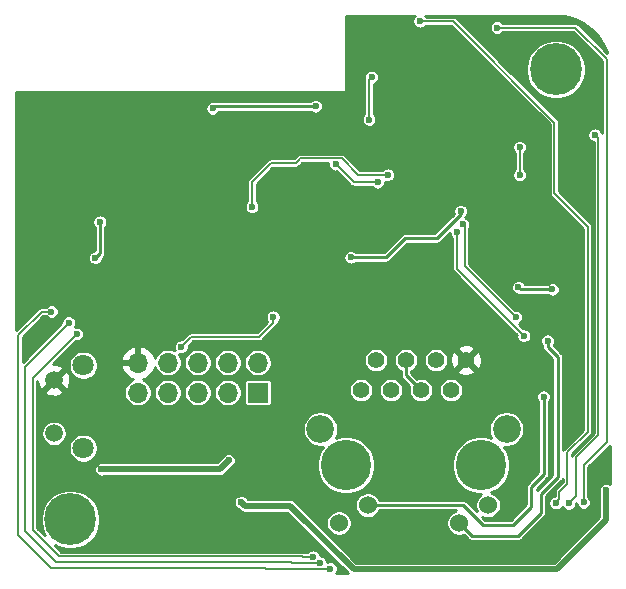
<source format=gbr>
G04 #@! TF.GenerationSoftware,KiCad,Pcbnew,(5.1.5)-3*
G04 #@! TF.CreationDate,2020-09-29T21:06:49-07:00*
G04 #@! TF.ProjectId,EsperDNS,45737065-7244-44e5-932e-6b696361645f,rev?*
G04 #@! TF.SameCoordinates,Original*
G04 #@! TF.FileFunction,Copper,L2,Bot*
G04 #@! TF.FilePolarity,Positive*
%FSLAX46Y46*%
G04 Gerber Fmt 4.6, Leading zero omitted, Abs format (unit mm)*
G04 Created by KiCad (PCBNEW (5.1.5)-3) date 2020-09-29 21:06:49*
%MOMM*%
%LPD*%
G04 APERTURE LIST*
%ADD10C,4.266000*%
%ADD11C,2.355000*%
%ADD12C,1.398000*%
%ADD13C,1.530000*%
%ADD14C,1.803400*%
%ADD15C,1.498600*%
%ADD16C,4.400000*%
%ADD17O,1.700000X1.700000*%
%ADD18R,1.700000X1.700000*%
%ADD19C,0.600000*%
%ADD20C,0.508000*%
%ADD21C,0.254000*%
%ADD22C,0.127000*%
G04 APERTURE END LIST*
D10*
X20185000Y-32350000D03*
X31615000Y-32350000D03*
D11*
X18025000Y-29300000D03*
X33775000Y-29300000D03*
D12*
X21455000Y-26000000D03*
X30345000Y-23460000D03*
X22725000Y-23460000D03*
X29075000Y-26000000D03*
X23995000Y-26000000D03*
X27805000Y-23460000D03*
X25265000Y-23460000D03*
X26535000Y-26000000D03*
D13*
X19575000Y-37250000D03*
X32225000Y-35730000D03*
X22025000Y-35730000D03*
X29775000Y-37250000D03*
D14*
X-2059701Y-30905001D03*
X-2059701Y-23895000D03*
D15*
X-4550000Y-29650001D03*
X-4550000Y-25150000D03*
D16*
X37950000Y1150000D03*
X-3150000Y-36950000D03*
D17*
X2560000Y-23660000D03*
X2560000Y-26200000D03*
X5100000Y-23660000D03*
X5100000Y-26200000D03*
X7640000Y-23660000D03*
X7640000Y-26200000D03*
X10180000Y-23660000D03*
X10180000Y-26200000D03*
X12720000Y-23660000D03*
D18*
X12720000Y-26200000D03*
D19*
X3650000Y-11500000D03*
X6400000Y-11500000D03*
X4550000Y-11500000D03*
X5450000Y-11450000D03*
X2550000Y-11500000D03*
X3050000Y-10650000D03*
X4050000Y-10650000D03*
X5850000Y-10650000D03*
X5000000Y-10650000D03*
X6450000Y-9750000D03*
X5500000Y-9700000D03*
X4600000Y-9750000D03*
X3700000Y-9750000D03*
X2600000Y-9750000D03*
X3200000Y-8800000D03*
X4200000Y-8800000D03*
X5150000Y-8800000D03*
X6000000Y-8800000D03*
X6500000Y-7850000D03*
X5550000Y-7850000D03*
X4650000Y-7850000D03*
X3650000Y-7850000D03*
X2650000Y-7850000D03*
X27400000Y-12400000D03*
X26550000Y-12400000D03*
X25650000Y-12400000D03*
X26100000Y-11600000D03*
X26950000Y-11600000D03*
X27400000Y-10850000D03*
X26500000Y-10850000D03*
X25650000Y-10850000D03*
X12000000Y-2900000D03*
X-5795000Y-2095000D03*
X1750000Y-34300000D03*
X8550000Y-36200000D03*
X32700000Y-16800000D03*
X26700000Y-21275000D03*
X26700000Y-16975000D03*
X34025000Y-12175000D03*
X16764000Y-5842000D03*
X16850000Y-7366000D03*
X21590000Y-16960000D03*
X-180000Y-17600000D03*
X-1650000Y-20160000D03*
X40330000Y-8740000D03*
X27790000Y3280000D03*
X21930000Y2800000D03*
X15840000Y-15810000D03*
X39080000Y-22550000D03*
X33900000Y-22120000D03*
X20574000Y-22352000D03*
X28702000Y-14732000D03*
X16256000Y-12700000D03*
X19558000Y-9906000D03*
X-4826000Y-12700000D03*
X17272000Y-20828000D03*
X26162000Y-2794000D03*
X21336000Y-254000D03*
X22860000Y-254000D03*
X11298000Y-35490000D03*
X42200000Y-34480000D03*
X10254000Y-31954000D03*
X-520000Y-32700000D03*
X34890000Y-7782000D03*
X34787500Y-17287500D03*
X37660000Y-17460000D03*
X22136000Y-3086000D03*
X34890000Y-5426000D03*
X22352000Y508000D03*
X30080000Y-11970000D03*
X34544000Y-19812000D03*
X29590000Y-12650000D03*
X35250000Y-21400000D03*
X36910000Y-26550000D03*
X37250000Y-21810000D03*
X6230000Y-22330000D03*
X14010000Y-19800000D03*
X-1045000Y-14795000D03*
X-650000Y-11750000D03*
X12225000Y-10475000D03*
X23732000Y-7764000D03*
X22860000Y-8382000D03*
X19304000Y-6858000D03*
X8900000Y-2150000D03*
X17608000Y-1950000D03*
X20600000Y-14750000D03*
X29900000Y-10850000D03*
X-3290000Y-20280000D03*
X39050000Y-35590000D03*
X41250000Y-4380000D03*
X17970000Y-40609490D03*
X-4760000Y-19350000D03*
X40310000Y-35500000D03*
X32970000Y4700000D03*
X18860000Y-41100000D03*
X-2620000Y-21240000D03*
X37950000Y-35550000D03*
X17400762Y-40118981D03*
X26430000Y5240000D03*
D20*
X42200000Y-37020000D02*
X42200000Y-34480000D01*
X11597999Y-35789999D02*
X15439999Y-35789999D01*
X11298000Y-35490000D02*
X11597999Y-35789999D01*
X15439999Y-35789999D02*
X20830000Y-41180000D01*
X20830000Y-41180000D02*
X38040000Y-41180000D01*
X38040000Y-41180000D02*
X42200000Y-37020000D01*
X10254000Y-31954000D02*
X9508000Y-32700000D01*
X9508000Y-32700000D02*
X-520000Y-32700000D01*
D21*
X25265000Y-24730000D02*
X25265000Y-23460000D01*
X26535000Y-26000000D02*
X25265000Y-24730000D01*
D22*
X34890000Y-6188000D02*
X34890000Y-7782000D01*
D21*
X34960000Y-17460000D02*
X34787500Y-17287500D01*
X37660000Y-17460000D02*
X34960000Y-17460000D01*
D22*
X34890000Y-6188000D02*
X34890000Y-5426000D01*
X34890000Y-5426000D02*
X34890000Y-5426000D01*
X22136000Y292000D02*
X22352000Y508000D01*
X22136000Y-3086000D02*
X22136000Y292000D01*
X30080000Y-11970000D02*
X30226000Y-12116000D01*
X30226000Y-15494000D02*
X34544000Y-19812000D01*
X30226000Y-12116000D02*
X30226000Y-15494000D01*
X34544000Y-19812000D02*
X34544000Y-19812000D01*
X29590000Y-15740000D02*
X33835000Y-19985000D01*
X29590000Y-12650000D02*
X29590000Y-15740000D01*
X34950001Y-21100001D02*
X33835000Y-19985000D01*
X35250000Y-21400000D02*
X34950001Y-21100001D01*
D21*
X34320000Y-37410000D02*
X31770000Y-37410000D01*
X35880000Y-35850000D02*
X34320000Y-37410000D01*
X31770000Y-37410000D02*
X30090000Y-35730000D01*
X36910000Y-26974264D02*
X36930000Y-26994264D01*
X30090000Y-35730000D02*
X22025000Y-35730000D01*
X36910000Y-26550000D02*
X36910000Y-26974264D01*
X36930000Y-26994264D02*
X36930000Y-33130000D01*
X35880000Y-34180000D02*
X35880000Y-35850000D01*
X36930000Y-33130000D02*
X35880000Y-34180000D01*
X34740000Y-38330000D02*
X30855000Y-38330000D01*
X30855000Y-38330000D02*
X29775000Y-37250000D01*
X37250000Y-22320000D02*
X38100000Y-23170000D01*
X37250000Y-21810000D02*
X37250000Y-22320000D01*
X38100000Y-23170000D02*
X38100000Y-33360000D01*
X38100000Y-33360000D02*
X36660000Y-34800000D01*
X36660000Y-36410000D02*
X34740000Y-38330000D01*
X36660000Y-34800000D02*
X36660000Y-36410000D01*
D22*
X12820000Y-21470000D02*
X14010000Y-20280000D01*
X14010000Y-20280000D02*
X14010000Y-19800000D01*
X6230000Y-22330000D02*
X7090000Y-21470000D01*
X7090000Y-21470000D02*
X12820000Y-21470000D01*
D21*
X-650000Y-14400000D02*
X-1045000Y-14795000D01*
X-650000Y-11750000D02*
X-650000Y-14400000D01*
D22*
X15975000Y-6725000D02*
X15922000Y-6778000D01*
X23732000Y-7764000D02*
X21226000Y-7764000D01*
X16221999Y-6478001D02*
X15922000Y-6778000D01*
X16332501Y-6367499D02*
X16221999Y-6478001D01*
X19829499Y-6367499D02*
X16332501Y-6367499D01*
X21226000Y-7764000D02*
X19829499Y-6367499D01*
X12225000Y-8349000D02*
X12225000Y-10475000D01*
X15922000Y-6778000D02*
X13796000Y-6778000D01*
X13796000Y-6778000D02*
X12225000Y-8349000D01*
X20828000Y-8382000D02*
X19304000Y-6858000D01*
X22860000Y-8382000D02*
X20828000Y-8382000D01*
D21*
X8900000Y-2150000D02*
X9100000Y-1950000D01*
X17608000Y-1950000D02*
X9100000Y-1950000D01*
X27850000Y-13150000D02*
X29900000Y-11100000D01*
X25200000Y-13150000D02*
X27850000Y-13150000D01*
X29900000Y-11100000D02*
X29900000Y-10850000D01*
X20600000Y-14750000D02*
X23600000Y-14750000D01*
X23600000Y-14750000D02*
X25200000Y-13150000D01*
D22*
X41250000Y-4380000D02*
X41250000Y-4380000D01*
X41550000Y-29810000D02*
X41550000Y-4680000D01*
X39690000Y-31670000D02*
X41550000Y-29810000D01*
X41550000Y-4680000D02*
X41250000Y-4380000D01*
X39050000Y-35590000D02*
X39690000Y-34950000D01*
X39690000Y-34950000D02*
X39690000Y-31670000D01*
X17545736Y-40609490D02*
X17970000Y-40609490D01*
X-7030000Y-24020000D02*
X-7030000Y-37900000D01*
X-3290000Y-20280000D02*
X-7030000Y-24020000D01*
X-7030000Y-37900000D02*
X-4350000Y-40580000D01*
X15639490Y-40609490D02*
X17545736Y-40609490D01*
X-4350000Y-40580000D02*
X15610000Y-40580000D01*
X15610000Y-40580000D02*
X15639490Y-40609490D01*
X40310000Y-35500000D02*
X40310000Y-35075736D01*
X40310000Y-35075736D02*
X40310000Y-32370000D01*
X40310000Y-32370000D02*
X42050000Y-30630000D01*
X42050000Y-30630000D02*
X42260000Y-30420000D01*
X42260000Y-30420000D02*
X42260000Y2020000D01*
X42260000Y2020000D02*
X39580000Y4700000D01*
X39580000Y4700000D02*
X32970000Y4700000D01*
X32970000Y4700000D02*
X32970000Y4700000D01*
X13420000Y-41100000D02*
X18860000Y-41100000D01*
X13370000Y-41050000D02*
X13420000Y-41100000D01*
X-5590000Y-19350000D02*
X-7570000Y-21330000D01*
X-7570000Y-21330000D02*
X-7570000Y-38280000D01*
X-4800000Y-41050000D02*
X13370000Y-41050000D01*
X-4760000Y-19350000D02*
X-5590000Y-19350000D01*
X-7570000Y-38280000D02*
X-4800000Y-41050000D01*
X26430000Y5240000D02*
X26430000Y5240000D01*
X37830000Y-9340000D02*
X37830000Y-3340000D01*
X40640000Y-12150000D02*
X37830000Y-9340000D01*
X37830000Y-3340000D02*
X29250000Y5240000D01*
X40640000Y-29520000D02*
X40640000Y-12150000D01*
X29250000Y5240000D02*
X26430000Y5240000D01*
X38249999Y-35250001D02*
X38249999Y-34580001D01*
X38920000Y-31240000D02*
X40640000Y-29520000D01*
X38249999Y-34580001D02*
X38920000Y-33910000D01*
X37950000Y-35550000D02*
X38249999Y-35250001D01*
X38920000Y-33910000D02*
X38920000Y-31240000D01*
X16503502Y-40118981D02*
X17400762Y-40118981D01*
X-6330000Y-24950000D02*
X-6330000Y-37800000D01*
X-2620000Y-21240000D02*
X-6330000Y-24950000D01*
X16440001Y-40055480D02*
X16503502Y-40118981D01*
X-6330000Y-37800000D02*
X-4074520Y-40055480D01*
X-4074520Y-40055480D02*
X16440001Y-40055480D01*
D21*
G36*
X25940492Y5641729D02*
G01*
X25871524Y5538512D01*
X25824018Y5423822D01*
X25799800Y5302069D01*
X25799800Y5177931D01*
X25824018Y5056178D01*
X25871524Y4941488D01*
X25940492Y4838271D01*
X26028271Y4750492D01*
X26131488Y4681524D01*
X26246178Y4634018D01*
X26367931Y4609800D01*
X26492069Y4609800D01*
X26613822Y4634018D01*
X26728512Y4681524D01*
X26831729Y4750492D01*
X26919508Y4838271D01*
X26924873Y4846300D01*
X29086925Y4846300D01*
X37436301Y-3503077D01*
X37436300Y-9320678D01*
X37434397Y-9340000D01*
X37436300Y-9359322D01*
X37436300Y-9359332D01*
X37441997Y-9417178D01*
X37464510Y-9491390D01*
X37501067Y-9559785D01*
X37550266Y-9619734D01*
X37565285Y-9632060D01*
X40246301Y-12313077D01*
X40246300Y-29356924D01*
X38655280Y-30947945D01*
X38640267Y-30960266D01*
X38627946Y-30975279D01*
X38627942Y-30975283D01*
X38591067Y-31020215D01*
X38557200Y-31083577D01*
X38557200Y-23192452D01*
X38559411Y-23170000D01*
X38557200Y-23147548D01*
X38557200Y-23147540D01*
X38550585Y-23080373D01*
X38534924Y-23028748D01*
X38524441Y-22994190D01*
X38481987Y-22914764D01*
X38439171Y-22862592D01*
X38439165Y-22862586D01*
X38424853Y-22845147D01*
X38407415Y-22830836D01*
X37759054Y-22182477D01*
X37808476Y-22108512D01*
X37855982Y-21993822D01*
X37880200Y-21872069D01*
X37880200Y-21747931D01*
X37855982Y-21626178D01*
X37808476Y-21511488D01*
X37739508Y-21408271D01*
X37651729Y-21320492D01*
X37548512Y-21251524D01*
X37433822Y-21204018D01*
X37312069Y-21179800D01*
X37187931Y-21179800D01*
X37066178Y-21204018D01*
X36951488Y-21251524D01*
X36848271Y-21320492D01*
X36760492Y-21408271D01*
X36691524Y-21511488D01*
X36644018Y-21626178D01*
X36619800Y-21747931D01*
X36619800Y-21872069D01*
X36644018Y-21993822D01*
X36691524Y-22108512D01*
X36760492Y-22211729D01*
X36792801Y-22244038D01*
X36792801Y-22297541D01*
X36790589Y-22320000D01*
X36799416Y-22409626D01*
X36825560Y-22495809D01*
X36868013Y-22575235D01*
X36899927Y-22614121D01*
X36925148Y-22644853D01*
X36942592Y-22659169D01*
X37642800Y-23359379D01*
X37642801Y-33170620D01*
X36352597Y-34460826D01*
X36337200Y-34473462D01*
X36337200Y-34369377D01*
X37237408Y-33469170D01*
X37254853Y-33454853D01*
X37269170Y-33437408D01*
X37311987Y-33385237D01*
X37341404Y-33330200D01*
X37354441Y-33305809D01*
X37380585Y-33219627D01*
X37387200Y-33152460D01*
X37387200Y-33152451D01*
X37389411Y-33130001D01*
X37387200Y-33107551D01*
X37387200Y-27016713D01*
X37389411Y-26994263D01*
X37387200Y-26971814D01*
X37387200Y-26971804D01*
X37386504Y-26964733D01*
X37399508Y-26951729D01*
X37468476Y-26848512D01*
X37515982Y-26733822D01*
X37540200Y-26612069D01*
X37540200Y-26487931D01*
X37515982Y-26366178D01*
X37468476Y-26251488D01*
X37399508Y-26148271D01*
X37311729Y-26060492D01*
X37208512Y-25991524D01*
X37093822Y-25944018D01*
X36972069Y-25919800D01*
X36847931Y-25919800D01*
X36726178Y-25944018D01*
X36611488Y-25991524D01*
X36508271Y-26060492D01*
X36420492Y-26148271D01*
X36351524Y-26251488D01*
X36304018Y-26366178D01*
X36279800Y-26487931D01*
X36279800Y-26612069D01*
X36304018Y-26733822D01*
X36351524Y-26848512D01*
X36420492Y-26951729D01*
X36451415Y-26982652D01*
X36452800Y-26996714D01*
X36452800Y-26996724D01*
X36459416Y-27063891D01*
X36472800Y-27108011D01*
X36472801Y-32940621D01*
X35572597Y-33840826D01*
X35555147Y-33855147D01*
X35498013Y-33924765D01*
X35455559Y-34004192D01*
X35429415Y-34090374D01*
X35422800Y-34157541D01*
X35422800Y-34157550D01*
X35420589Y-34180000D01*
X35422800Y-34202450D01*
X35422801Y-35660621D01*
X34130623Y-36952800D01*
X31959378Y-36952800D01*
X31707769Y-36701191D01*
X31905542Y-36783112D01*
X32117132Y-36825200D01*
X32332868Y-36825200D01*
X32544458Y-36783112D01*
X32743772Y-36700553D01*
X32923149Y-36580697D01*
X33075697Y-36428149D01*
X33195553Y-36248772D01*
X33278112Y-36049458D01*
X33320200Y-35837868D01*
X33320200Y-35622132D01*
X33278112Y-35410542D01*
X33195553Y-35211228D01*
X33075697Y-35031851D01*
X32923149Y-34879303D01*
X32743772Y-34759447D01*
X32544458Y-34676888D01*
X32469866Y-34662051D01*
X32781763Y-34532859D01*
X33185198Y-34263292D01*
X33528292Y-33920198D01*
X33797859Y-33516763D01*
X33983540Y-33068489D01*
X34078200Y-32592604D01*
X34078200Y-32107396D01*
X33983540Y-31631511D01*
X33797859Y-31183237D01*
X33534736Y-30789446D01*
X33626505Y-30807700D01*
X33923495Y-30807700D01*
X34214780Y-30749760D01*
X34489164Y-30636106D01*
X34736103Y-30471107D01*
X34946107Y-30261103D01*
X35111106Y-30014164D01*
X35224760Y-29739780D01*
X35282700Y-29448495D01*
X35282700Y-29151505D01*
X35224760Y-28860220D01*
X35111106Y-28585836D01*
X34946107Y-28338897D01*
X34736103Y-28128893D01*
X34489164Y-27963894D01*
X34214780Y-27850240D01*
X33923495Y-27792300D01*
X33626505Y-27792300D01*
X33335220Y-27850240D01*
X33060836Y-27963894D01*
X32813897Y-28128893D01*
X32603893Y-28338897D01*
X32438894Y-28585836D01*
X32325240Y-28860220D01*
X32267300Y-29151505D01*
X32267300Y-29448495D01*
X32325240Y-29739780D01*
X32438894Y-30014164D01*
X32449016Y-30029313D01*
X32333489Y-29981460D01*
X31857604Y-29886800D01*
X31372396Y-29886800D01*
X30896511Y-29981460D01*
X30448237Y-30167141D01*
X30044802Y-30436708D01*
X29701708Y-30779802D01*
X29432141Y-31183237D01*
X29246460Y-31631511D01*
X29151800Y-32107396D01*
X29151800Y-32592604D01*
X29246460Y-33068489D01*
X29432141Y-33516763D01*
X29701708Y-33920198D01*
X30044802Y-34263292D01*
X30448237Y-34532859D01*
X30896511Y-34718540D01*
X31372396Y-34813200D01*
X31625781Y-34813200D01*
X31526851Y-34879303D01*
X31374303Y-35031851D01*
X31254447Y-35211228D01*
X31171888Y-35410542D01*
X31129800Y-35622132D01*
X31129800Y-35837868D01*
X31171888Y-36049458D01*
X31253809Y-36247231D01*
X30429174Y-35422597D01*
X30414853Y-35405147D01*
X30345236Y-35348013D01*
X30265809Y-35305559D01*
X30179627Y-35279415D01*
X30112460Y-35272800D01*
X30112450Y-35272800D01*
X30090000Y-35270589D01*
X30067550Y-35272800D01*
X23021057Y-35272800D01*
X22995553Y-35211228D01*
X22875697Y-35031851D01*
X22723149Y-34879303D01*
X22543772Y-34759447D01*
X22344458Y-34676888D01*
X22132868Y-34634800D01*
X21917132Y-34634800D01*
X21705542Y-34676888D01*
X21506228Y-34759447D01*
X21326851Y-34879303D01*
X21174303Y-35031851D01*
X21054447Y-35211228D01*
X20971888Y-35410542D01*
X20929800Y-35622132D01*
X20929800Y-35837868D01*
X20971888Y-36049458D01*
X21054447Y-36248772D01*
X21174303Y-36428149D01*
X21326851Y-36580697D01*
X21506228Y-36700553D01*
X21705542Y-36783112D01*
X21917132Y-36825200D01*
X22132868Y-36825200D01*
X22344458Y-36783112D01*
X22543772Y-36700553D01*
X22723149Y-36580697D01*
X22875697Y-36428149D01*
X22995553Y-36248772D01*
X23021057Y-36187200D01*
X29504247Y-36187200D01*
X29455542Y-36196888D01*
X29256228Y-36279447D01*
X29076851Y-36399303D01*
X28924303Y-36551851D01*
X28804447Y-36731228D01*
X28721888Y-36930542D01*
X28679800Y-37142132D01*
X28679800Y-37357868D01*
X28721888Y-37569458D01*
X28804447Y-37768772D01*
X28924303Y-37948149D01*
X29076851Y-38100697D01*
X29256228Y-38220553D01*
X29455542Y-38303112D01*
X29667132Y-38345200D01*
X29882868Y-38345200D01*
X30094458Y-38303112D01*
X30156030Y-38277608D01*
X30515835Y-38637414D01*
X30530147Y-38654853D01*
X30547586Y-38669165D01*
X30547592Y-38669171D01*
X30599764Y-38711987D01*
X30679190Y-38754441D01*
X30699249Y-38760526D01*
X30765373Y-38780585D01*
X30832540Y-38787200D01*
X30832550Y-38787200D01*
X30855000Y-38789411D01*
X30877450Y-38787200D01*
X34717550Y-38787200D01*
X34740000Y-38789411D01*
X34762450Y-38787200D01*
X34762460Y-38787200D01*
X34829627Y-38780585D01*
X34915809Y-38754441D01*
X34995236Y-38711987D01*
X35064853Y-38654853D01*
X35079174Y-38637403D01*
X36967408Y-36749170D01*
X36984853Y-36734853D01*
X37041987Y-36665236D01*
X37084441Y-36585809D01*
X37110585Y-36499627D01*
X37117200Y-36432460D01*
X37117200Y-36432451D01*
X37119411Y-36410001D01*
X37117200Y-36387551D01*
X37117200Y-34989377D01*
X38407414Y-33699165D01*
X38424853Y-33684853D01*
X38439165Y-33667414D01*
X38439171Y-33667408D01*
X38481987Y-33615236D01*
X38524441Y-33535810D01*
X38526300Y-33529681D01*
X38526300Y-33746924D01*
X37985279Y-34287946D01*
X37970266Y-34300267D01*
X37957945Y-34315280D01*
X37957941Y-34315284D01*
X37921066Y-34360216D01*
X37884509Y-34428611D01*
X37861997Y-34502823D01*
X37854396Y-34580001D01*
X37856300Y-34599333D01*
X37856299Y-34926092D01*
X37766178Y-34944018D01*
X37651488Y-34991524D01*
X37548271Y-35060492D01*
X37460492Y-35148271D01*
X37391524Y-35251488D01*
X37344018Y-35366178D01*
X37319800Y-35487931D01*
X37319800Y-35612069D01*
X37344018Y-35733822D01*
X37391524Y-35848512D01*
X37460492Y-35951729D01*
X37548271Y-36039508D01*
X37651488Y-36108476D01*
X37766178Y-36155982D01*
X37887931Y-36180200D01*
X38012069Y-36180200D01*
X38133822Y-36155982D01*
X38248512Y-36108476D01*
X38351729Y-36039508D01*
X38439508Y-35951729D01*
X38487783Y-35879481D01*
X38491524Y-35888512D01*
X38560492Y-35991729D01*
X38648271Y-36079508D01*
X38751488Y-36148476D01*
X38866178Y-36195982D01*
X38987931Y-36220200D01*
X39112069Y-36220200D01*
X39233822Y-36195982D01*
X39348512Y-36148476D01*
X39451729Y-36079508D01*
X39539508Y-35991729D01*
X39608476Y-35888512D01*
X39655982Y-35773822D01*
X39680200Y-35652069D01*
X39680200Y-35564080D01*
X39704018Y-35683822D01*
X39751524Y-35798512D01*
X39820492Y-35901729D01*
X39908271Y-35989508D01*
X40011488Y-36058476D01*
X40126178Y-36105982D01*
X40247931Y-36130200D01*
X40372069Y-36130200D01*
X40493822Y-36105982D01*
X40608512Y-36058476D01*
X40711729Y-35989508D01*
X40799508Y-35901729D01*
X40868476Y-35798512D01*
X40915982Y-35683822D01*
X40940200Y-35562069D01*
X40940200Y-35437931D01*
X40915982Y-35316178D01*
X40868476Y-35201488D01*
X40799508Y-35098271D01*
X40711729Y-35010492D01*
X40703700Y-35005127D01*
X40703700Y-32533075D01*
X42342058Y-30894718D01*
X42342063Y-30894712D01*
X42519801Y-30716974D01*
X42519801Y-33935749D01*
X42498512Y-33921524D01*
X42383822Y-33874018D01*
X42262069Y-33849800D01*
X42137931Y-33849800D01*
X42016178Y-33874018D01*
X41901488Y-33921524D01*
X41798271Y-33990492D01*
X41710492Y-34078271D01*
X41641524Y-34181488D01*
X41594018Y-34296178D01*
X41569800Y-34417931D01*
X41569800Y-34542069D01*
X41594018Y-34663822D01*
X41615801Y-34716411D01*
X41615800Y-36778017D01*
X37798017Y-40595800D01*
X21071984Y-40595800D01*
X17618316Y-37142132D01*
X18479800Y-37142132D01*
X18479800Y-37357868D01*
X18521888Y-37569458D01*
X18604447Y-37768772D01*
X18724303Y-37948149D01*
X18876851Y-38100697D01*
X19056228Y-38220553D01*
X19255542Y-38303112D01*
X19467132Y-38345200D01*
X19682868Y-38345200D01*
X19894458Y-38303112D01*
X20093772Y-38220553D01*
X20273149Y-38100697D01*
X20425697Y-37948149D01*
X20545553Y-37768772D01*
X20628112Y-37569458D01*
X20670200Y-37357868D01*
X20670200Y-37142132D01*
X20628112Y-36930542D01*
X20545553Y-36731228D01*
X20425697Y-36551851D01*
X20273149Y-36399303D01*
X20093772Y-36279447D01*
X19894458Y-36196888D01*
X19682868Y-36154800D01*
X19467132Y-36154800D01*
X19255542Y-36196888D01*
X19056228Y-36279447D01*
X18876851Y-36399303D01*
X18724303Y-36551851D01*
X18604447Y-36731228D01*
X18521888Y-36930542D01*
X18479800Y-37142132D01*
X17618316Y-37142132D01*
X15873379Y-35397196D01*
X15855089Y-35374909D01*
X15766133Y-35301905D01*
X15664644Y-35247658D01*
X15554522Y-35214253D01*
X15468691Y-35205799D01*
X15468683Y-35205799D01*
X15439999Y-35202974D01*
X15411315Y-35205799D01*
X11862404Y-35205799D01*
X11856476Y-35191488D01*
X11787508Y-35088271D01*
X11699729Y-35000492D01*
X11596512Y-34931524D01*
X11481822Y-34884018D01*
X11360069Y-34859800D01*
X11235931Y-34859800D01*
X11114178Y-34884018D01*
X10999488Y-34931524D01*
X10896271Y-35000492D01*
X10808492Y-35088271D01*
X10739524Y-35191488D01*
X10692018Y-35306178D01*
X10667800Y-35427931D01*
X10667800Y-35552069D01*
X10692018Y-35673822D01*
X10739524Y-35788512D01*
X10808492Y-35891729D01*
X10896271Y-35979508D01*
X10999488Y-36048476D01*
X11052075Y-36070258D01*
X11164617Y-36182800D01*
X11182909Y-36205089D01*
X11271865Y-36278093D01*
X11313945Y-36300585D01*
X11373354Y-36332340D01*
X11483476Y-36365745D01*
X11597999Y-36377025D01*
X11626691Y-36374199D01*
X15198016Y-36374199D01*
X20343616Y-41519800D01*
X19331437Y-41519800D01*
X19349508Y-41501729D01*
X19418476Y-41398512D01*
X19465982Y-41283822D01*
X19490200Y-41162069D01*
X19490200Y-41037931D01*
X19465982Y-40916178D01*
X19418476Y-40801488D01*
X19349508Y-40698271D01*
X19261729Y-40610492D01*
X19158512Y-40541524D01*
X19043822Y-40494018D01*
X18922069Y-40469800D01*
X18797931Y-40469800D01*
X18676178Y-40494018D01*
X18596170Y-40527158D01*
X18575982Y-40425668D01*
X18528476Y-40310978D01*
X18459508Y-40207761D01*
X18371729Y-40119982D01*
X18268512Y-40051014D01*
X18153822Y-40003508D01*
X18032069Y-39979290D01*
X18015522Y-39979290D01*
X18006744Y-39935159D01*
X17959238Y-39820469D01*
X17890270Y-39717252D01*
X17802491Y-39629473D01*
X17699274Y-39560505D01*
X17584584Y-39512999D01*
X17462831Y-39488781D01*
X17338693Y-39488781D01*
X17216940Y-39512999D01*
X17102250Y-39560505D01*
X16999033Y-39629473D01*
X16911254Y-39717252D01*
X16905889Y-39725281D01*
X16657418Y-39725281D01*
X16591392Y-39689990D01*
X16517180Y-39667477D01*
X16459334Y-39661780D01*
X16459323Y-39661780D01*
X16440001Y-39659877D01*
X16420679Y-39661780D01*
X-3911444Y-39661780D01*
X-4446414Y-39126810D01*
X-4348499Y-39192235D01*
X-3888032Y-39382966D01*
X-3399203Y-39480200D01*
X-2900797Y-39480200D01*
X-2411968Y-39382966D01*
X-1951501Y-39192235D01*
X-1537091Y-38915335D01*
X-1184665Y-38562909D01*
X-907765Y-38148499D01*
X-717034Y-37688032D01*
X-619800Y-37199203D01*
X-619800Y-36700797D01*
X-717034Y-36211968D01*
X-907765Y-35751501D01*
X-1184665Y-35337091D01*
X-1537091Y-34984665D01*
X-1951501Y-34707765D01*
X-2411968Y-34517034D01*
X-2900797Y-34419800D01*
X-3399203Y-34419800D01*
X-3888032Y-34517034D01*
X-4348499Y-34707765D01*
X-4762909Y-34984665D01*
X-5115335Y-35337091D01*
X-5392235Y-35751501D01*
X-5582966Y-36211968D01*
X-5680200Y-36700797D01*
X-5680200Y-37199203D01*
X-5582966Y-37688032D01*
X-5392235Y-38148499D01*
X-5326809Y-38246415D01*
X-5936300Y-37636925D01*
X-5936300Y-32637931D01*
X-1150200Y-32637931D01*
X-1150200Y-32762069D01*
X-1125982Y-32883822D01*
X-1078476Y-32998512D01*
X-1009508Y-33101729D01*
X-921729Y-33189508D01*
X-818512Y-33258476D01*
X-703822Y-33305982D01*
X-582069Y-33330200D01*
X-457931Y-33330200D01*
X-336178Y-33305982D01*
X-283591Y-33284200D01*
X9479316Y-33284200D01*
X9508000Y-33287025D01*
X9536684Y-33284200D01*
X9536692Y-33284200D01*
X9622523Y-33275746D01*
X9732645Y-33242341D01*
X9834134Y-33188094D01*
X9923090Y-33115090D01*
X9941382Y-33092801D01*
X10499925Y-32534258D01*
X10552512Y-32512476D01*
X10655729Y-32443508D01*
X10743508Y-32355729D01*
X10812476Y-32252512D01*
X10859982Y-32137822D01*
X10884200Y-32016069D01*
X10884200Y-31891931D01*
X10859982Y-31770178D01*
X10812476Y-31655488D01*
X10743508Y-31552271D01*
X10655729Y-31464492D01*
X10552512Y-31395524D01*
X10437822Y-31348018D01*
X10316069Y-31323800D01*
X10191931Y-31323800D01*
X10070178Y-31348018D01*
X9955488Y-31395524D01*
X9852271Y-31464492D01*
X9764492Y-31552271D01*
X9695524Y-31655488D01*
X9673742Y-31708075D01*
X9266017Y-32115800D01*
X-283591Y-32115800D01*
X-336178Y-32094018D01*
X-457931Y-32069800D01*
X-582069Y-32069800D01*
X-703822Y-32094018D01*
X-818512Y-32141524D01*
X-921729Y-32210492D01*
X-1009508Y-32298271D01*
X-1078476Y-32401488D01*
X-1125982Y-32516178D01*
X-1150200Y-32637931D01*
X-5936300Y-32637931D01*
X-5936300Y-30783669D01*
X-3291601Y-30783669D01*
X-3291601Y-31026333D01*
X-3244260Y-31264333D01*
X-3151397Y-31488525D01*
X-3016580Y-31690292D01*
X-2844992Y-31861880D01*
X-2643225Y-31996697D01*
X-2419033Y-32089560D01*
X-2181033Y-32136901D01*
X-1938369Y-32136901D01*
X-1700369Y-32089560D01*
X-1476177Y-31996697D01*
X-1274410Y-31861880D01*
X-1102822Y-31690292D01*
X-968005Y-31488525D01*
X-875142Y-31264333D01*
X-827801Y-31026333D01*
X-827801Y-30783669D01*
X-875142Y-30545669D01*
X-968005Y-30321477D01*
X-1102822Y-30119710D01*
X-1274410Y-29948122D01*
X-1476177Y-29813305D01*
X-1700369Y-29720442D01*
X-1938369Y-29673101D01*
X-2181033Y-29673101D01*
X-2419033Y-29720442D01*
X-2643225Y-29813305D01*
X-2844992Y-29948122D01*
X-3016580Y-30119710D01*
X-3151397Y-30321477D01*
X-3244260Y-30545669D01*
X-3291601Y-30783669D01*
X-5936300Y-30783669D01*
X-5936300Y-29543680D01*
X-5629500Y-29543680D01*
X-5629500Y-29756322D01*
X-5588015Y-29964879D01*
X-5506640Y-30161336D01*
X-5388502Y-30338142D01*
X-5238141Y-30488503D01*
X-5061335Y-30606641D01*
X-4864878Y-30688016D01*
X-4656321Y-30729501D01*
X-4443679Y-30729501D01*
X-4235122Y-30688016D01*
X-4038665Y-30606641D01*
X-3861859Y-30488503D01*
X-3711498Y-30338142D01*
X-3593360Y-30161336D01*
X-3511985Y-29964879D01*
X-3470500Y-29756322D01*
X-3470500Y-29543680D01*
X-3511985Y-29335123D01*
X-3588041Y-29151505D01*
X16517300Y-29151505D01*
X16517300Y-29448495D01*
X16575240Y-29739780D01*
X16688894Y-30014164D01*
X16853893Y-30261103D01*
X17063897Y-30471107D01*
X17310836Y-30636106D01*
X17585220Y-30749760D01*
X17876505Y-30807700D01*
X18173495Y-30807700D01*
X18265264Y-30789446D01*
X18002141Y-31183237D01*
X17816460Y-31631511D01*
X17721800Y-32107396D01*
X17721800Y-32592604D01*
X17816460Y-33068489D01*
X18002141Y-33516763D01*
X18271708Y-33920198D01*
X18614802Y-34263292D01*
X19018237Y-34532859D01*
X19466511Y-34718540D01*
X19942396Y-34813200D01*
X20427604Y-34813200D01*
X20903489Y-34718540D01*
X21351763Y-34532859D01*
X21755198Y-34263292D01*
X22098292Y-33920198D01*
X22367859Y-33516763D01*
X22553540Y-33068489D01*
X22648200Y-32592604D01*
X22648200Y-32107396D01*
X22553540Y-31631511D01*
X22367859Y-31183237D01*
X22098292Y-30779802D01*
X21755198Y-30436708D01*
X21351763Y-30167141D01*
X20903489Y-29981460D01*
X20427604Y-29886800D01*
X19942396Y-29886800D01*
X19466511Y-29981460D01*
X19350984Y-30029313D01*
X19361106Y-30014164D01*
X19474760Y-29739780D01*
X19532700Y-29448495D01*
X19532700Y-29151505D01*
X19474760Y-28860220D01*
X19361106Y-28585836D01*
X19196107Y-28338897D01*
X18986103Y-28128893D01*
X18739164Y-27963894D01*
X18464780Y-27850240D01*
X18173495Y-27792300D01*
X17876505Y-27792300D01*
X17585220Y-27850240D01*
X17310836Y-27963894D01*
X17063897Y-28128893D01*
X16853893Y-28338897D01*
X16688894Y-28585836D01*
X16575240Y-28860220D01*
X16517300Y-29151505D01*
X-3588041Y-29151505D01*
X-3593360Y-29138666D01*
X-3711498Y-28961860D01*
X-3861859Y-28811499D01*
X-4038665Y-28693361D01*
X-4235122Y-28611986D01*
X-4443679Y-28570501D01*
X-4656321Y-28570501D01*
X-4864878Y-28611986D01*
X-5061335Y-28693361D01*
X-5238141Y-28811499D01*
X-5388502Y-28961860D01*
X-5506640Y-29138666D01*
X-5588015Y-29335123D01*
X-5629500Y-29543680D01*
X-5936300Y-29543680D01*
X-5936300Y-26106493D01*
X-5326888Y-26106493D01*
X-5261448Y-26345290D01*
X-5014588Y-26461120D01*
X-4749874Y-26526564D01*
X-4477479Y-26539107D01*
X-4207871Y-26498268D01*
X-3951411Y-26405615D01*
X-3838552Y-26345290D01*
X-3773112Y-26106493D01*
X-4550000Y-25329605D01*
X-5326888Y-26106493D01*
X-5936300Y-26106493D01*
X-5936300Y-25241052D01*
X-5898268Y-25492129D01*
X-5805615Y-25748589D01*
X-5745290Y-25861448D01*
X-5506493Y-25926888D01*
X-4729605Y-25150000D01*
X-4370395Y-25150000D01*
X-3593507Y-25926888D01*
X-3354710Y-25861448D01*
X-3238880Y-25614588D01*
X-3173436Y-25349874D01*
X-3160893Y-25077479D01*
X-3201732Y-24807871D01*
X-3294385Y-24551411D01*
X-3354710Y-24438552D01*
X-3593507Y-24373112D01*
X-4370395Y-25150000D01*
X-4729605Y-25150000D01*
X-4743748Y-25135858D01*
X-4564143Y-24956253D01*
X-4550000Y-24970395D01*
X-3773112Y-24193507D01*
X-3838552Y-23954710D01*
X-4085412Y-23838880D01*
X-4349187Y-23773668D01*
X-3291601Y-23773668D01*
X-3291601Y-24016332D01*
X-3244260Y-24254332D01*
X-3151397Y-24478524D01*
X-3016580Y-24680291D01*
X-2844992Y-24851879D01*
X-2643225Y-24986696D01*
X-2419033Y-25079559D01*
X-2181033Y-25126900D01*
X-1938369Y-25126900D01*
X-1700369Y-25079559D01*
X-1476177Y-24986696D01*
X-1274410Y-24851879D01*
X-1102822Y-24680291D01*
X-968005Y-24478524D01*
X-875142Y-24254332D01*
X-827913Y-24016891D01*
X1118519Y-24016891D01*
X1215843Y-24291252D01*
X1364822Y-24541355D01*
X1559731Y-24757588D01*
X1793080Y-24931641D01*
X2055901Y-25056825D01*
X2159786Y-25088335D01*
X2000966Y-25154121D01*
X1807667Y-25283279D01*
X1643279Y-25447667D01*
X1514121Y-25640966D01*
X1425155Y-25855748D01*
X1379800Y-26083760D01*
X1379800Y-26316240D01*
X1425155Y-26544252D01*
X1514121Y-26759034D01*
X1643279Y-26952333D01*
X1807667Y-27116721D01*
X2000966Y-27245879D01*
X2215748Y-27334845D01*
X2443760Y-27380200D01*
X2676240Y-27380200D01*
X2904252Y-27334845D01*
X3119034Y-27245879D01*
X3312333Y-27116721D01*
X3476721Y-26952333D01*
X3605879Y-26759034D01*
X3694845Y-26544252D01*
X3740200Y-26316240D01*
X3740200Y-26083760D01*
X3919800Y-26083760D01*
X3919800Y-26316240D01*
X3965155Y-26544252D01*
X4054121Y-26759034D01*
X4183279Y-26952333D01*
X4347667Y-27116721D01*
X4540966Y-27245879D01*
X4755748Y-27334845D01*
X4983760Y-27380200D01*
X5216240Y-27380200D01*
X5444252Y-27334845D01*
X5659034Y-27245879D01*
X5852333Y-27116721D01*
X6016721Y-26952333D01*
X6145879Y-26759034D01*
X6234845Y-26544252D01*
X6280200Y-26316240D01*
X6280200Y-26083760D01*
X6459800Y-26083760D01*
X6459800Y-26316240D01*
X6505155Y-26544252D01*
X6594121Y-26759034D01*
X6723279Y-26952333D01*
X6887667Y-27116721D01*
X7080966Y-27245879D01*
X7295748Y-27334845D01*
X7523760Y-27380200D01*
X7756240Y-27380200D01*
X7984252Y-27334845D01*
X8199034Y-27245879D01*
X8392333Y-27116721D01*
X8556721Y-26952333D01*
X8685879Y-26759034D01*
X8774845Y-26544252D01*
X8820200Y-26316240D01*
X8820200Y-26083760D01*
X8999800Y-26083760D01*
X8999800Y-26316240D01*
X9045155Y-26544252D01*
X9134121Y-26759034D01*
X9263279Y-26952333D01*
X9427667Y-27116721D01*
X9620966Y-27245879D01*
X9835748Y-27334845D01*
X10063760Y-27380200D01*
X10296240Y-27380200D01*
X10524252Y-27334845D01*
X10739034Y-27245879D01*
X10932333Y-27116721D01*
X11096721Y-26952333D01*
X11225879Y-26759034D01*
X11314845Y-26544252D01*
X11360200Y-26316240D01*
X11360200Y-26083760D01*
X11314845Y-25855748D01*
X11225879Y-25640966D01*
X11096721Y-25447667D01*
X10999054Y-25350000D01*
X11538203Y-25350000D01*
X11538203Y-27050000D01*
X11544578Y-27114730D01*
X11563460Y-27176973D01*
X11594121Y-27234337D01*
X11635384Y-27284616D01*
X11685663Y-27325879D01*
X11743027Y-27356540D01*
X11805270Y-27375422D01*
X11870000Y-27381797D01*
X13570000Y-27381797D01*
X13634730Y-27375422D01*
X13696973Y-27356540D01*
X13754337Y-27325879D01*
X13804616Y-27284616D01*
X13845879Y-27234337D01*
X13876540Y-27176973D01*
X13895422Y-27114730D01*
X13901797Y-27050000D01*
X13901797Y-25898633D01*
X20425800Y-25898633D01*
X20425800Y-26101367D01*
X20465351Y-26300207D01*
X20542935Y-26487509D01*
X20655568Y-26656077D01*
X20798923Y-26799432D01*
X20967491Y-26912065D01*
X21154793Y-26989649D01*
X21353633Y-27029200D01*
X21556367Y-27029200D01*
X21755207Y-26989649D01*
X21942509Y-26912065D01*
X22111077Y-26799432D01*
X22254432Y-26656077D01*
X22367065Y-26487509D01*
X22444649Y-26300207D01*
X22484200Y-26101367D01*
X22484200Y-25898633D01*
X22965800Y-25898633D01*
X22965800Y-26101367D01*
X23005351Y-26300207D01*
X23082935Y-26487509D01*
X23195568Y-26656077D01*
X23338923Y-26799432D01*
X23507491Y-26912065D01*
X23694793Y-26989649D01*
X23893633Y-27029200D01*
X24096367Y-27029200D01*
X24295207Y-26989649D01*
X24482509Y-26912065D01*
X24651077Y-26799432D01*
X24794432Y-26656077D01*
X24907065Y-26487509D01*
X24984649Y-26300207D01*
X25024200Y-26101367D01*
X25024200Y-25898633D01*
X24984649Y-25699793D01*
X24907065Y-25512491D01*
X24794432Y-25343923D01*
X24651077Y-25200568D01*
X24482509Y-25087935D01*
X24295207Y-25010351D01*
X24096367Y-24970800D01*
X23893633Y-24970800D01*
X23694793Y-25010351D01*
X23507491Y-25087935D01*
X23338923Y-25200568D01*
X23195568Y-25343923D01*
X23082935Y-25512491D01*
X23005351Y-25699793D01*
X22965800Y-25898633D01*
X22484200Y-25898633D01*
X22444649Y-25699793D01*
X22367065Y-25512491D01*
X22254432Y-25343923D01*
X22111077Y-25200568D01*
X21942509Y-25087935D01*
X21755207Y-25010351D01*
X21556367Y-24970800D01*
X21353633Y-24970800D01*
X21154793Y-25010351D01*
X20967491Y-25087935D01*
X20798923Y-25200568D01*
X20655568Y-25343923D01*
X20542935Y-25512491D01*
X20465351Y-25699793D01*
X20425800Y-25898633D01*
X13901797Y-25898633D01*
X13901797Y-25350000D01*
X13895422Y-25285270D01*
X13876540Y-25223027D01*
X13845879Y-25165663D01*
X13804616Y-25115384D01*
X13754337Y-25074121D01*
X13696973Y-25043460D01*
X13634730Y-25024578D01*
X13570000Y-25018203D01*
X11870000Y-25018203D01*
X11805270Y-25024578D01*
X11743027Y-25043460D01*
X11685663Y-25074121D01*
X11635384Y-25115384D01*
X11594121Y-25165663D01*
X11563460Y-25223027D01*
X11544578Y-25285270D01*
X11538203Y-25350000D01*
X10999054Y-25350000D01*
X10932333Y-25283279D01*
X10739034Y-25154121D01*
X10524252Y-25065155D01*
X10296240Y-25019800D01*
X10063760Y-25019800D01*
X9835748Y-25065155D01*
X9620966Y-25154121D01*
X9427667Y-25283279D01*
X9263279Y-25447667D01*
X9134121Y-25640966D01*
X9045155Y-25855748D01*
X8999800Y-26083760D01*
X8820200Y-26083760D01*
X8774845Y-25855748D01*
X8685879Y-25640966D01*
X8556721Y-25447667D01*
X8392333Y-25283279D01*
X8199034Y-25154121D01*
X7984252Y-25065155D01*
X7756240Y-25019800D01*
X7523760Y-25019800D01*
X7295748Y-25065155D01*
X7080966Y-25154121D01*
X6887667Y-25283279D01*
X6723279Y-25447667D01*
X6594121Y-25640966D01*
X6505155Y-25855748D01*
X6459800Y-26083760D01*
X6280200Y-26083760D01*
X6234845Y-25855748D01*
X6145879Y-25640966D01*
X6016721Y-25447667D01*
X5852333Y-25283279D01*
X5659034Y-25154121D01*
X5444252Y-25065155D01*
X5216240Y-25019800D01*
X4983760Y-25019800D01*
X4755748Y-25065155D01*
X4540966Y-25154121D01*
X4347667Y-25283279D01*
X4183279Y-25447667D01*
X4054121Y-25640966D01*
X3965155Y-25855748D01*
X3919800Y-26083760D01*
X3740200Y-26083760D01*
X3694845Y-25855748D01*
X3605879Y-25640966D01*
X3476721Y-25447667D01*
X3312333Y-25283279D01*
X3119034Y-25154121D01*
X2960214Y-25088335D01*
X3064099Y-25056825D01*
X3326920Y-24931641D01*
X3560269Y-24757588D01*
X3755178Y-24541355D01*
X3904157Y-24291252D01*
X3987138Y-24057324D01*
X4054121Y-24219034D01*
X4183279Y-24412333D01*
X4347667Y-24576721D01*
X4540966Y-24705879D01*
X4755748Y-24794845D01*
X4983760Y-24840200D01*
X5216240Y-24840200D01*
X5444252Y-24794845D01*
X5659034Y-24705879D01*
X5852333Y-24576721D01*
X6016721Y-24412333D01*
X6145879Y-24219034D01*
X6234845Y-24004252D01*
X6280200Y-23776240D01*
X6280200Y-23543760D01*
X6459800Y-23543760D01*
X6459800Y-23776240D01*
X6505155Y-24004252D01*
X6594121Y-24219034D01*
X6723279Y-24412333D01*
X6887667Y-24576721D01*
X7080966Y-24705879D01*
X7295748Y-24794845D01*
X7523760Y-24840200D01*
X7756240Y-24840200D01*
X7984252Y-24794845D01*
X8199034Y-24705879D01*
X8392333Y-24576721D01*
X8556721Y-24412333D01*
X8685879Y-24219034D01*
X8774845Y-24004252D01*
X8820200Y-23776240D01*
X8820200Y-23543760D01*
X8999800Y-23543760D01*
X8999800Y-23776240D01*
X9045155Y-24004252D01*
X9134121Y-24219034D01*
X9263279Y-24412333D01*
X9427667Y-24576721D01*
X9620966Y-24705879D01*
X9835748Y-24794845D01*
X10063760Y-24840200D01*
X10296240Y-24840200D01*
X10524252Y-24794845D01*
X10739034Y-24705879D01*
X10932333Y-24576721D01*
X11096721Y-24412333D01*
X11225879Y-24219034D01*
X11314845Y-24004252D01*
X11360200Y-23776240D01*
X11360200Y-23543760D01*
X11539800Y-23543760D01*
X11539800Y-23776240D01*
X11585155Y-24004252D01*
X11674121Y-24219034D01*
X11803279Y-24412333D01*
X11967667Y-24576721D01*
X12160966Y-24705879D01*
X12375748Y-24794845D01*
X12603760Y-24840200D01*
X12836240Y-24840200D01*
X13064252Y-24794845D01*
X13279034Y-24705879D01*
X13472333Y-24576721D01*
X13636721Y-24412333D01*
X13765879Y-24219034D01*
X13854845Y-24004252D01*
X13900200Y-23776240D01*
X13900200Y-23543760D01*
X13863376Y-23358633D01*
X21695800Y-23358633D01*
X21695800Y-23561367D01*
X21735351Y-23760207D01*
X21812935Y-23947509D01*
X21925568Y-24116077D01*
X22068923Y-24259432D01*
X22237491Y-24372065D01*
X22424793Y-24449649D01*
X22623633Y-24489200D01*
X22826367Y-24489200D01*
X23025207Y-24449649D01*
X23212509Y-24372065D01*
X23381077Y-24259432D01*
X23524432Y-24116077D01*
X23637065Y-23947509D01*
X23714649Y-23760207D01*
X23754200Y-23561367D01*
X23754200Y-23358633D01*
X24235800Y-23358633D01*
X24235800Y-23561367D01*
X24275351Y-23760207D01*
X24352935Y-23947509D01*
X24465568Y-24116077D01*
X24608923Y-24259432D01*
X24777491Y-24372065D01*
X24807800Y-24384620D01*
X24807800Y-24707550D01*
X24805589Y-24730000D01*
X24807800Y-24752450D01*
X24807800Y-24752459D01*
X24814415Y-24819626D01*
X24840559Y-24905808D01*
X24883013Y-24985235D01*
X24940147Y-25054853D01*
X24957597Y-25069174D01*
X25557906Y-25669483D01*
X25545351Y-25699793D01*
X25505800Y-25898633D01*
X25505800Y-26101367D01*
X25545351Y-26300207D01*
X25622935Y-26487509D01*
X25735568Y-26656077D01*
X25878923Y-26799432D01*
X26047491Y-26912065D01*
X26234793Y-26989649D01*
X26433633Y-27029200D01*
X26636367Y-27029200D01*
X26835207Y-26989649D01*
X27022509Y-26912065D01*
X27191077Y-26799432D01*
X27334432Y-26656077D01*
X27447065Y-26487509D01*
X27524649Y-26300207D01*
X27564200Y-26101367D01*
X27564200Y-25898633D01*
X28045800Y-25898633D01*
X28045800Y-26101367D01*
X28085351Y-26300207D01*
X28162935Y-26487509D01*
X28275568Y-26656077D01*
X28418923Y-26799432D01*
X28587491Y-26912065D01*
X28774793Y-26989649D01*
X28973633Y-27029200D01*
X29176367Y-27029200D01*
X29375207Y-26989649D01*
X29562509Y-26912065D01*
X29731077Y-26799432D01*
X29874432Y-26656077D01*
X29987065Y-26487509D01*
X30064649Y-26300207D01*
X30104200Y-26101367D01*
X30104200Y-25898633D01*
X30064649Y-25699793D01*
X29987065Y-25512491D01*
X29874432Y-25343923D01*
X29731077Y-25200568D01*
X29562509Y-25087935D01*
X29375207Y-25010351D01*
X29176367Y-24970800D01*
X28973633Y-24970800D01*
X28774793Y-25010351D01*
X28587491Y-25087935D01*
X28418923Y-25200568D01*
X28275568Y-25343923D01*
X28162935Y-25512491D01*
X28085351Y-25699793D01*
X28045800Y-25898633D01*
X27564200Y-25898633D01*
X27524649Y-25699793D01*
X27447065Y-25512491D01*
X27334432Y-25343923D01*
X27191077Y-25200568D01*
X27022509Y-25087935D01*
X26835207Y-25010351D01*
X26636367Y-24970800D01*
X26433633Y-24970800D01*
X26234793Y-25010351D01*
X26204483Y-25022906D01*
X25722200Y-24540623D01*
X25722200Y-24384620D01*
X25752509Y-24372065D01*
X25921077Y-24259432D01*
X26064432Y-24116077D01*
X26177065Y-23947509D01*
X26254649Y-23760207D01*
X26294200Y-23561367D01*
X26294200Y-23358633D01*
X26775800Y-23358633D01*
X26775800Y-23561367D01*
X26815351Y-23760207D01*
X26892935Y-23947509D01*
X27005568Y-24116077D01*
X27148923Y-24259432D01*
X27317491Y-24372065D01*
X27504793Y-24449649D01*
X27703633Y-24489200D01*
X27906367Y-24489200D01*
X28105207Y-24449649D01*
X28272012Y-24380555D01*
X29604050Y-24380555D01*
X29663389Y-24614221D01*
X29901664Y-24725018D01*
X30156975Y-24787202D01*
X30419512Y-24798382D01*
X30679186Y-24758129D01*
X30926017Y-24667990D01*
X31026611Y-24614221D01*
X31085950Y-24380555D01*
X30345000Y-23639605D01*
X29604050Y-24380555D01*
X28272012Y-24380555D01*
X28292509Y-24372065D01*
X28461077Y-24259432D01*
X28604432Y-24116077D01*
X28717065Y-23947509D01*
X28794649Y-23760207D01*
X28834200Y-23561367D01*
X28834200Y-23534512D01*
X29006618Y-23534512D01*
X29046871Y-23794186D01*
X29137010Y-24041017D01*
X29190779Y-24141611D01*
X29424445Y-24200950D01*
X30165395Y-23460000D01*
X30524605Y-23460000D01*
X31265555Y-24200950D01*
X31499221Y-24141611D01*
X31610018Y-23903336D01*
X31672202Y-23648025D01*
X31683382Y-23385488D01*
X31643129Y-23125814D01*
X31552990Y-22878983D01*
X31499221Y-22778389D01*
X31265555Y-22719050D01*
X30524605Y-23460000D01*
X30165395Y-23460000D01*
X29424445Y-22719050D01*
X29190779Y-22778389D01*
X29079982Y-23016664D01*
X29017798Y-23271975D01*
X29006618Y-23534512D01*
X28834200Y-23534512D01*
X28834200Y-23358633D01*
X28794649Y-23159793D01*
X28717065Y-22972491D01*
X28604432Y-22803923D01*
X28461077Y-22660568D01*
X28292509Y-22547935D01*
X28272013Y-22539445D01*
X29604050Y-22539445D01*
X30345000Y-23280395D01*
X31085950Y-22539445D01*
X31026611Y-22305779D01*
X30788336Y-22194982D01*
X30533025Y-22132798D01*
X30270488Y-22121618D01*
X30010814Y-22161871D01*
X29763983Y-22252010D01*
X29663389Y-22305779D01*
X29604050Y-22539445D01*
X28272013Y-22539445D01*
X28105207Y-22470351D01*
X27906367Y-22430800D01*
X27703633Y-22430800D01*
X27504793Y-22470351D01*
X27317491Y-22547935D01*
X27148923Y-22660568D01*
X27005568Y-22803923D01*
X26892935Y-22972491D01*
X26815351Y-23159793D01*
X26775800Y-23358633D01*
X26294200Y-23358633D01*
X26254649Y-23159793D01*
X26177065Y-22972491D01*
X26064432Y-22803923D01*
X25921077Y-22660568D01*
X25752509Y-22547935D01*
X25565207Y-22470351D01*
X25366367Y-22430800D01*
X25163633Y-22430800D01*
X24964793Y-22470351D01*
X24777491Y-22547935D01*
X24608923Y-22660568D01*
X24465568Y-22803923D01*
X24352935Y-22972491D01*
X24275351Y-23159793D01*
X24235800Y-23358633D01*
X23754200Y-23358633D01*
X23714649Y-23159793D01*
X23637065Y-22972491D01*
X23524432Y-22803923D01*
X23381077Y-22660568D01*
X23212509Y-22547935D01*
X23025207Y-22470351D01*
X22826367Y-22430800D01*
X22623633Y-22430800D01*
X22424793Y-22470351D01*
X22237491Y-22547935D01*
X22068923Y-22660568D01*
X21925568Y-22803923D01*
X21812935Y-22972491D01*
X21735351Y-23159793D01*
X21695800Y-23358633D01*
X13863376Y-23358633D01*
X13854845Y-23315748D01*
X13765879Y-23100966D01*
X13636721Y-22907667D01*
X13472333Y-22743279D01*
X13279034Y-22614121D01*
X13064252Y-22525155D01*
X12836240Y-22479800D01*
X12603760Y-22479800D01*
X12375748Y-22525155D01*
X12160966Y-22614121D01*
X11967667Y-22743279D01*
X11803279Y-22907667D01*
X11674121Y-23100966D01*
X11585155Y-23315748D01*
X11539800Y-23543760D01*
X11360200Y-23543760D01*
X11314845Y-23315748D01*
X11225879Y-23100966D01*
X11096721Y-22907667D01*
X10932333Y-22743279D01*
X10739034Y-22614121D01*
X10524252Y-22525155D01*
X10296240Y-22479800D01*
X10063760Y-22479800D01*
X9835748Y-22525155D01*
X9620966Y-22614121D01*
X9427667Y-22743279D01*
X9263279Y-22907667D01*
X9134121Y-23100966D01*
X9045155Y-23315748D01*
X8999800Y-23543760D01*
X8820200Y-23543760D01*
X8774845Y-23315748D01*
X8685879Y-23100966D01*
X8556721Y-22907667D01*
X8392333Y-22743279D01*
X8199034Y-22614121D01*
X7984252Y-22525155D01*
X7756240Y-22479800D01*
X7523760Y-22479800D01*
X7295748Y-22525155D01*
X7080966Y-22614121D01*
X6887667Y-22743279D01*
X6723279Y-22907667D01*
X6594121Y-23100966D01*
X6505155Y-23315748D01*
X6459800Y-23543760D01*
X6280200Y-23543760D01*
X6234845Y-23315748D01*
X6145879Y-23100966D01*
X6031608Y-22929947D01*
X6046178Y-22935982D01*
X6167931Y-22960200D01*
X6292069Y-22960200D01*
X6413822Y-22935982D01*
X6528512Y-22888476D01*
X6631729Y-22819508D01*
X6719508Y-22731729D01*
X6788476Y-22628512D01*
X6835982Y-22513822D01*
X6860200Y-22392069D01*
X6860200Y-22267931D01*
X6858316Y-22258459D01*
X7253076Y-21863700D01*
X12800678Y-21863700D01*
X12820000Y-21865603D01*
X12839322Y-21863700D01*
X12839333Y-21863700D01*
X12897179Y-21858003D01*
X12971391Y-21835490D01*
X13039786Y-21798933D01*
X13099734Y-21749734D01*
X13112060Y-21734715D01*
X14274722Y-20572054D01*
X14289734Y-20559734D01*
X14338933Y-20499786D01*
X14375490Y-20431391D01*
X14398003Y-20357179D01*
X14403700Y-20299333D01*
X14403700Y-20299323D01*
X14404169Y-20294559D01*
X14411729Y-20289508D01*
X14499508Y-20201729D01*
X14568476Y-20098512D01*
X14615982Y-19983822D01*
X14640200Y-19862069D01*
X14640200Y-19737931D01*
X14615982Y-19616178D01*
X14568476Y-19501488D01*
X14499508Y-19398271D01*
X14411729Y-19310492D01*
X14308512Y-19241524D01*
X14193822Y-19194018D01*
X14072069Y-19169800D01*
X13947931Y-19169800D01*
X13826178Y-19194018D01*
X13711488Y-19241524D01*
X13608271Y-19310492D01*
X13520492Y-19398271D01*
X13451524Y-19501488D01*
X13404018Y-19616178D01*
X13379800Y-19737931D01*
X13379800Y-19862069D01*
X13404018Y-19983822D01*
X13451524Y-20098512D01*
X13520492Y-20201729D01*
X13525994Y-20207231D01*
X12656925Y-21076300D01*
X7109325Y-21076300D01*
X7090000Y-21074397D01*
X7070675Y-21076300D01*
X7070667Y-21076300D01*
X7012821Y-21081997D01*
X6938609Y-21104510D01*
X6870214Y-21141067D01*
X6825282Y-21177942D01*
X6825279Y-21177945D01*
X6810266Y-21190266D01*
X6797944Y-21205280D01*
X6301541Y-21701684D01*
X6292069Y-21699800D01*
X6167931Y-21699800D01*
X6046178Y-21724018D01*
X5931488Y-21771524D01*
X5828271Y-21840492D01*
X5740492Y-21928271D01*
X5671524Y-22031488D01*
X5624018Y-22146178D01*
X5599800Y-22267931D01*
X5599800Y-22392069D01*
X5624018Y-22513822D01*
X5668062Y-22620153D01*
X5659034Y-22614121D01*
X5444252Y-22525155D01*
X5216240Y-22479800D01*
X4983760Y-22479800D01*
X4755748Y-22525155D01*
X4540966Y-22614121D01*
X4347667Y-22743279D01*
X4183279Y-22907667D01*
X4054121Y-23100966D01*
X3987138Y-23262676D01*
X3904157Y-23028748D01*
X3755178Y-22778645D01*
X3560269Y-22562412D01*
X3326920Y-22388359D01*
X3064099Y-22263175D01*
X2916890Y-22218524D01*
X2687000Y-22339845D01*
X2687000Y-23533000D01*
X2707000Y-23533000D01*
X2707000Y-23787000D01*
X2687000Y-23787000D01*
X2687000Y-23807000D01*
X2433000Y-23807000D01*
X2433000Y-23787000D01*
X1239186Y-23787000D01*
X1118519Y-24016891D01*
X-827913Y-24016891D01*
X-827801Y-24016332D01*
X-827801Y-23773668D01*
X-875142Y-23535668D01*
X-968005Y-23311476D01*
X-973595Y-23303109D01*
X1118519Y-23303109D01*
X1239186Y-23533000D01*
X2433000Y-23533000D01*
X2433000Y-22339845D01*
X2203110Y-22218524D01*
X2055901Y-22263175D01*
X1793080Y-22388359D01*
X1559731Y-22562412D01*
X1364822Y-22778645D01*
X1215843Y-23028748D01*
X1118519Y-23303109D01*
X-973595Y-23303109D01*
X-1102822Y-23109709D01*
X-1274410Y-22938121D01*
X-1476177Y-22803304D01*
X-1700369Y-22710441D01*
X-1938369Y-22663100D01*
X-2181033Y-22663100D01*
X-2419033Y-22710441D01*
X-2643225Y-22803304D01*
X-2844992Y-22938121D01*
X-3016580Y-23109709D01*
X-3151397Y-23311476D01*
X-3244260Y-23535668D01*
X-3291601Y-23773668D01*
X-4349187Y-23773668D01*
X-4350126Y-23773436D01*
X-4585808Y-23762584D01*
X-2691540Y-21868316D01*
X-2682069Y-21870200D01*
X-2557931Y-21870200D01*
X-2436178Y-21845982D01*
X-2321488Y-21798476D01*
X-2218271Y-21729508D01*
X-2130492Y-21641729D01*
X-2061524Y-21538512D01*
X-2014018Y-21423822D01*
X-1989800Y-21302069D01*
X-1989800Y-21177931D01*
X-2014018Y-21056178D01*
X-2061524Y-20941488D01*
X-2130492Y-20838271D01*
X-2218271Y-20750492D01*
X-2321488Y-20681524D01*
X-2436178Y-20634018D01*
X-2557931Y-20609800D01*
X-2682069Y-20609800D01*
X-2763215Y-20625941D01*
X-2731524Y-20578512D01*
X-2684018Y-20463822D01*
X-2659800Y-20342069D01*
X-2659800Y-20217931D01*
X-2684018Y-20096178D01*
X-2731524Y-19981488D01*
X-2800492Y-19878271D01*
X-2888271Y-19790492D01*
X-2991488Y-19721524D01*
X-3106178Y-19674018D01*
X-3227931Y-19649800D01*
X-3352069Y-19649800D01*
X-3473822Y-19674018D01*
X-3588512Y-19721524D01*
X-3691729Y-19790492D01*
X-3779508Y-19878271D01*
X-3848476Y-19981488D01*
X-3895982Y-20096178D01*
X-3920200Y-20217931D01*
X-3920200Y-20342069D01*
X-3918316Y-20351540D01*
X-7176300Y-23609525D01*
X-7176300Y-21493075D01*
X-5426924Y-19743700D01*
X-5254873Y-19743700D01*
X-5249508Y-19751729D01*
X-5161729Y-19839508D01*
X-5058512Y-19908476D01*
X-4943822Y-19955982D01*
X-4822069Y-19980200D01*
X-4697931Y-19980200D01*
X-4576178Y-19955982D01*
X-4461488Y-19908476D01*
X-4358271Y-19839508D01*
X-4270492Y-19751729D01*
X-4201524Y-19648512D01*
X-4154018Y-19533822D01*
X-4129800Y-19412069D01*
X-4129800Y-19287931D01*
X-4154018Y-19166178D01*
X-4201524Y-19051488D01*
X-4270492Y-18948271D01*
X-4358271Y-18860492D01*
X-4461488Y-18791524D01*
X-4576178Y-18744018D01*
X-4697931Y-18719800D01*
X-4822069Y-18719800D01*
X-4943822Y-18744018D01*
X-5058512Y-18791524D01*
X-5161729Y-18860492D01*
X-5249508Y-18948271D01*
X-5254873Y-18956300D01*
X-5570675Y-18956300D01*
X-5590000Y-18954397D01*
X-5609325Y-18956300D01*
X-5609333Y-18956300D01*
X-5667179Y-18961997D01*
X-5741391Y-18984510D01*
X-5809786Y-19021067D01*
X-5854718Y-19057942D01*
X-5854721Y-19057945D01*
X-5869734Y-19070266D01*
X-5882056Y-19085280D01*
X-7719800Y-20923025D01*
X-7719800Y-14732931D01*
X-1675200Y-14732931D01*
X-1675200Y-14857069D01*
X-1650982Y-14978822D01*
X-1603476Y-15093512D01*
X-1534508Y-15196729D01*
X-1446729Y-15284508D01*
X-1343512Y-15353476D01*
X-1228822Y-15400982D01*
X-1107069Y-15425200D01*
X-982931Y-15425200D01*
X-861178Y-15400982D01*
X-746488Y-15353476D01*
X-643271Y-15284508D01*
X-555492Y-15196729D01*
X-486524Y-15093512D01*
X-439018Y-14978822D01*
X-414800Y-14857069D01*
X-414800Y-14811378D01*
X-342592Y-14739170D01*
X-325147Y-14724853D01*
X-294845Y-14687931D01*
X19969800Y-14687931D01*
X19969800Y-14812069D01*
X19994018Y-14933822D01*
X20041524Y-15048512D01*
X20110492Y-15151729D01*
X20198271Y-15239508D01*
X20301488Y-15308476D01*
X20416178Y-15355982D01*
X20537931Y-15380200D01*
X20662069Y-15380200D01*
X20783822Y-15355982D01*
X20898512Y-15308476D01*
X21001729Y-15239508D01*
X21034037Y-15207200D01*
X23577550Y-15207200D01*
X23600000Y-15209411D01*
X23622450Y-15207200D01*
X23622460Y-15207200D01*
X23689627Y-15200585D01*
X23775809Y-15174441D01*
X23855236Y-15131987D01*
X23924853Y-15074853D01*
X23939174Y-15057403D01*
X25389379Y-13607200D01*
X27827550Y-13607200D01*
X27850000Y-13609411D01*
X27872450Y-13607200D01*
X27872460Y-13607200D01*
X27939627Y-13600585D01*
X28025809Y-13574441D01*
X28105236Y-13531987D01*
X28174853Y-13474853D01*
X28189174Y-13457403D01*
X28959800Y-12686777D01*
X28959800Y-12712069D01*
X28984018Y-12833822D01*
X29031524Y-12948512D01*
X29100492Y-13051729D01*
X29188271Y-13139508D01*
X29196300Y-13144873D01*
X29196301Y-15720668D01*
X29194397Y-15740000D01*
X29201998Y-15817178D01*
X29224510Y-15891390D01*
X29261067Y-15959785D01*
X29297942Y-16004717D01*
X29297946Y-16004721D01*
X29310267Y-16019734D01*
X29325280Y-16032055D01*
X33570282Y-20277058D01*
X33570287Y-20277062D01*
X34621684Y-21328460D01*
X34619800Y-21337931D01*
X34619800Y-21462069D01*
X34644018Y-21583822D01*
X34691524Y-21698512D01*
X34760492Y-21801729D01*
X34848271Y-21889508D01*
X34951488Y-21958476D01*
X35066178Y-22005982D01*
X35187931Y-22030200D01*
X35312069Y-22030200D01*
X35433822Y-22005982D01*
X35548512Y-21958476D01*
X35651729Y-21889508D01*
X35739508Y-21801729D01*
X35808476Y-21698512D01*
X35855982Y-21583822D01*
X35880200Y-21462069D01*
X35880200Y-21337931D01*
X35855982Y-21216178D01*
X35808476Y-21101488D01*
X35739508Y-20998271D01*
X35651729Y-20910492D01*
X35548512Y-20841524D01*
X35433822Y-20794018D01*
X35312069Y-20769800D01*
X35187931Y-20769800D01*
X35178460Y-20771684D01*
X34796366Y-20389590D01*
X34842512Y-20370476D01*
X34945729Y-20301508D01*
X35033508Y-20213729D01*
X35102476Y-20110512D01*
X35149982Y-19995822D01*
X35174200Y-19874069D01*
X35174200Y-19749931D01*
X35149982Y-19628178D01*
X35102476Y-19513488D01*
X35033508Y-19410271D01*
X34945729Y-19322492D01*
X34842512Y-19253524D01*
X34727822Y-19206018D01*
X34606069Y-19181800D01*
X34481931Y-19181800D01*
X34472460Y-19183684D01*
X32514207Y-17225431D01*
X34157300Y-17225431D01*
X34157300Y-17349569D01*
X34181518Y-17471322D01*
X34229024Y-17586012D01*
X34297992Y-17689229D01*
X34385771Y-17777008D01*
X34488988Y-17845976D01*
X34603678Y-17893482D01*
X34725431Y-17917700D01*
X34849569Y-17917700D01*
X34880383Y-17911571D01*
X34937540Y-17917200D01*
X34937550Y-17917200D01*
X34960000Y-17919411D01*
X34982450Y-17917200D01*
X37225963Y-17917200D01*
X37258271Y-17949508D01*
X37361488Y-18018476D01*
X37476178Y-18065982D01*
X37597931Y-18090200D01*
X37722069Y-18090200D01*
X37843822Y-18065982D01*
X37958512Y-18018476D01*
X38061729Y-17949508D01*
X38149508Y-17861729D01*
X38218476Y-17758512D01*
X38265982Y-17643822D01*
X38290200Y-17522069D01*
X38290200Y-17397931D01*
X38265982Y-17276178D01*
X38218476Y-17161488D01*
X38149508Y-17058271D01*
X38061729Y-16970492D01*
X37958512Y-16901524D01*
X37843822Y-16854018D01*
X37722069Y-16829800D01*
X37597931Y-16829800D01*
X37476178Y-16854018D01*
X37361488Y-16901524D01*
X37258271Y-16970492D01*
X37225963Y-17002800D01*
X35351697Y-17002800D01*
X35345976Y-16988988D01*
X35277008Y-16885771D01*
X35189229Y-16797992D01*
X35086012Y-16729024D01*
X34971322Y-16681518D01*
X34849569Y-16657300D01*
X34725431Y-16657300D01*
X34603678Y-16681518D01*
X34488988Y-16729024D01*
X34385771Y-16797992D01*
X34297992Y-16885771D01*
X34229024Y-16988988D01*
X34181518Y-17103678D01*
X34157300Y-17225431D01*
X32514207Y-17225431D01*
X30619700Y-15330925D01*
X30619700Y-12296612D01*
X30638476Y-12268512D01*
X30685982Y-12153822D01*
X30710200Y-12032069D01*
X30710200Y-11907931D01*
X30685982Y-11786178D01*
X30638476Y-11671488D01*
X30569508Y-11568271D01*
X30481729Y-11480492D01*
X30378512Y-11411524D01*
X30272000Y-11367405D01*
X30281987Y-11355236D01*
X30284096Y-11351290D01*
X30301729Y-11339508D01*
X30389508Y-11251729D01*
X30458476Y-11148512D01*
X30505982Y-11033822D01*
X30530200Y-10912069D01*
X30530200Y-10787931D01*
X30505982Y-10666178D01*
X30458476Y-10551488D01*
X30389508Y-10448271D01*
X30301729Y-10360492D01*
X30198512Y-10291524D01*
X30083822Y-10244018D01*
X29962069Y-10219800D01*
X29837931Y-10219800D01*
X29716178Y-10244018D01*
X29601488Y-10291524D01*
X29498271Y-10360492D01*
X29410492Y-10448271D01*
X29341524Y-10551488D01*
X29294018Y-10666178D01*
X29269800Y-10787931D01*
X29269800Y-10912069D01*
X29294018Y-11033822D01*
X29301511Y-11051911D01*
X27660623Y-12692800D01*
X25222450Y-12692800D01*
X25200000Y-12690589D01*
X25177550Y-12692800D01*
X25177540Y-12692800D01*
X25110373Y-12699415D01*
X25044249Y-12719474D01*
X25024190Y-12725559D01*
X24944764Y-12768013D01*
X24892592Y-12810829D01*
X24892586Y-12810835D01*
X24875147Y-12825147D01*
X24860835Y-12842586D01*
X23410623Y-14292800D01*
X21034037Y-14292800D01*
X21001729Y-14260492D01*
X20898512Y-14191524D01*
X20783822Y-14144018D01*
X20662069Y-14119800D01*
X20537931Y-14119800D01*
X20416178Y-14144018D01*
X20301488Y-14191524D01*
X20198271Y-14260492D01*
X20110492Y-14348271D01*
X20041524Y-14451488D01*
X19994018Y-14566178D01*
X19969800Y-14687931D01*
X-294845Y-14687931D01*
X-268013Y-14655237D01*
X-225560Y-14575810D01*
X-225559Y-14575809D01*
X-199415Y-14489627D01*
X-192800Y-14422460D01*
X-192800Y-14422451D01*
X-190589Y-14400001D01*
X-192800Y-14377551D01*
X-192800Y-12184037D01*
X-160492Y-12151729D01*
X-91524Y-12048512D01*
X-44018Y-11933822D01*
X-19800Y-11812069D01*
X-19800Y-11687931D01*
X-44018Y-11566178D01*
X-91524Y-11451488D01*
X-160492Y-11348271D01*
X-248271Y-11260492D01*
X-351488Y-11191524D01*
X-466178Y-11144018D01*
X-587931Y-11119800D01*
X-712069Y-11119800D01*
X-833822Y-11144018D01*
X-948512Y-11191524D01*
X-1051729Y-11260492D01*
X-1139508Y-11348271D01*
X-1208476Y-11451488D01*
X-1255982Y-11566178D01*
X-1280200Y-11687931D01*
X-1280200Y-11812069D01*
X-1255982Y-11933822D01*
X-1208476Y-12048512D01*
X-1139508Y-12151729D01*
X-1107200Y-12184037D01*
X-1107199Y-14164826D01*
X-1228822Y-14189018D01*
X-1343512Y-14236524D01*
X-1446729Y-14305492D01*
X-1534508Y-14393271D01*
X-1603476Y-14496488D01*
X-1650982Y-14611178D01*
X-1675200Y-14732931D01*
X-7719800Y-14732931D01*
X-7719800Y-10412931D01*
X11594800Y-10412931D01*
X11594800Y-10537069D01*
X11619018Y-10658822D01*
X11666524Y-10773512D01*
X11735492Y-10876729D01*
X11823271Y-10964508D01*
X11926488Y-11033476D01*
X12041178Y-11080982D01*
X12162931Y-11105200D01*
X12287069Y-11105200D01*
X12408822Y-11080982D01*
X12523512Y-11033476D01*
X12626729Y-10964508D01*
X12714508Y-10876729D01*
X12783476Y-10773512D01*
X12830982Y-10658822D01*
X12855200Y-10537069D01*
X12855200Y-10412931D01*
X12830982Y-10291178D01*
X12783476Y-10176488D01*
X12714508Y-10073271D01*
X12626729Y-9985492D01*
X12618700Y-9980127D01*
X12618700Y-8512075D01*
X13959076Y-7171700D01*
X15902678Y-7171700D01*
X15922000Y-7173603D01*
X15941322Y-7171700D01*
X15941333Y-7171700D01*
X15999179Y-7166003D01*
X16073391Y-7143490D01*
X16141786Y-7106933D01*
X16201734Y-7057734D01*
X16214060Y-7042715D01*
X16267058Y-6989717D01*
X16495577Y-6761199D01*
X18680709Y-6761199D01*
X18673800Y-6795931D01*
X18673800Y-6920069D01*
X18698018Y-7041822D01*
X18745524Y-7156512D01*
X18814492Y-7259729D01*
X18902271Y-7347508D01*
X19005488Y-7416476D01*
X19120178Y-7463982D01*
X19241931Y-7488200D01*
X19366069Y-7488200D01*
X19375541Y-7486316D01*
X20535944Y-8646720D01*
X20548266Y-8661734D01*
X20563279Y-8674055D01*
X20563282Y-8674058D01*
X20608213Y-8710933D01*
X20644770Y-8730472D01*
X20676609Y-8747490D01*
X20750821Y-8770003D01*
X20808667Y-8775700D01*
X20808677Y-8775700D01*
X20827999Y-8777603D01*
X20847322Y-8775700D01*
X22365127Y-8775700D01*
X22370492Y-8783729D01*
X22458271Y-8871508D01*
X22561488Y-8940476D01*
X22676178Y-8987982D01*
X22797931Y-9012200D01*
X22922069Y-9012200D01*
X23043822Y-8987982D01*
X23158512Y-8940476D01*
X23261729Y-8871508D01*
X23349508Y-8783729D01*
X23418476Y-8680512D01*
X23465982Y-8565822D01*
X23490200Y-8444069D01*
X23490200Y-8345967D01*
X23548178Y-8369982D01*
X23669931Y-8394200D01*
X23794069Y-8394200D01*
X23915822Y-8369982D01*
X24030512Y-8322476D01*
X24133729Y-8253508D01*
X24221508Y-8165729D01*
X24290476Y-8062512D01*
X24337982Y-7947822D01*
X24362200Y-7826069D01*
X24362200Y-7701931D01*
X24337982Y-7580178D01*
X24290476Y-7465488D01*
X24221508Y-7362271D01*
X24133729Y-7274492D01*
X24030512Y-7205524D01*
X23915822Y-7158018D01*
X23794069Y-7133800D01*
X23669931Y-7133800D01*
X23548178Y-7158018D01*
X23433488Y-7205524D01*
X23330271Y-7274492D01*
X23242492Y-7362271D01*
X23237127Y-7370300D01*
X21389076Y-7370300D01*
X20121559Y-6102784D01*
X20109233Y-6087765D01*
X20049285Y-6038566D01*
X19980890Y-6002009D01*
X19906678Y-5979496D01*
X19848832Y-5973799D01*
X19848821Y-5973799D01*
X19829499Y-5971896D01*
X19810177Y-5973799D01*
X16351823Y-5973799D01*
X16332500Y-5971896D01*
X16313178Y-5973799D01*
X16313168Y-5973799D01*
X16255322Y-5979496D01*
X16181110Y-6002009D01*
X16112715Y-6038566D01*
X16052767Y-6087765D01*
X16040441Y-6102784D01*
X15957287Y-6185938D01*
X15957281Y-6185943D01*
X15758925Y-6384300D01*
X13815325Y-6384300D01*
X13796000Y-6382397D01*
X13776675Y-6384300D01*
X13776667Y-6384300D01*
X13718821Y-6389997D01*
X13644609Y-6412510D01*
X13576214Y-6449067D01*
X13531282Y-6485942D01*
X13531279Y-6485945D01*
X13516266Y-6498266D01*
X13503944Y-6513280D01*
X11960285Y-8056940D01*
X11945266Y-8069266D01*
X11896067Y-8129215D01*
X11859510Y-8197610D01*
X11836997Y-8271822D01*
X11831300Y-8329668D01*
X11831300Y-8329678D01*
X11829397Y-8349000D01*
X11831300Y-8368323D01*
X11831301Y-9980127D01*
X11823271Y-9985492D01*
X11735492Y-10073271D01*
X11666524Y-10176488D01*
X11619018Y-10291178D01*
X11594800Y-10412931D01*
X-7719800Y-10412931D01*
X-7719800Y-5363931D01*
X34259800Y-5363931D01*
X34259800Y-5488069D01*
X34284018Y-5609822D01*
X34331524Y-5724512D01*
X34400492Y-5827729D01*
X34488271Y-5915508D01*
X34496300Y-5920873D01*
X34496300Y-6168668D01*
X34496301Y-7287127D01*
X34488271Y-7292492D01*
X34400492Y-7380271D01*
X34331524Y-7483488D01*
X34284018Y-7598178D01*
X34259800Y-7719931D01*
X34259800Y-7844069D01*
X34284018Y-7965822D01*
X34331524Y-8080512D01*
X34400492Y-8183729D01*
X34488271Y-8271508D01*
X34591488Y-8340476D01*
X34706178Y-8387982D01*
X34827931Y-8412200D01*
X34952069Y-8412200D01*
X35073822Y-8387982D01*
X35188512Y-8340476D01*
X35291729Y-8271508D01*
X35379508Y-8183729D01*
X35448476Y-8080512D01*
X35495982Y-7965822D01*
X35520200Y-7844069D01*
X35520200Y-7719931D01*
X35495982Y-7598178D01*
X35448476Y-7483488D01*
X35379508Y-7380271D01*
X35291729Y-7292492D01*
X35283700Y-7287127D01*
X35283700Y-5920873D01*
X35291729Y-5915508D01*
X35379508Y-5827729D01*
X35448476Y-5724512D01*
X35495982Y-5609822D01*
X35520200Y-5488069D01*
X35520200Y-5363931D01*
X35495982Y-5242178D01*
X35448476Y-5127488D01*
X35379508Y-5024271D01*
X35291729Y-4936492D01*
X35188512Y-4867524D01*
X35073822Y-4820018D01*
X34952069Y-4795800D01*
X34827931Y-4795800D01*
X34706178Y-4820018D01*
X34591488Y-4867524D01*
X34488271Y-4936492D01*
X34400492Y-5024271D01*
X34331524Y-5127488D01*
X34284018Y-5242178D01*
X34259800Y-5363931D01*
X-7719800Y-5363931D01*
X-7719800Y-3023931D01*
X21505800Y-3023931D01*
X21505800Y-3148069D01*
X21530018Y-3269822D01*
X21577524Y-3384512D01*
X21646492Y-3487729D01*
X21734271Y-3575508D01*
X21837488Y-3644476D01*
X21952178Y-3691982D01*
X22073931Y-3716200D01*
X22198069Y-3716200D01*
X22319822Y-3691982D01*
X22434512Y-3644476D01*
X22537729Y-3575508D01*
X22625508Y-3487729D01*
X22694476Y-3384512D01*
X22741982Y-3269822D01*
X22766200Y-3148069D01*
X22766200Y-3023931D01*
X22741982Y-2902178D01*
X22694476Y-2787488D01*
X22625508Y-2684271D01*
X22537729Y-2596492D01*
X22529700Y-2591127D01*
X22529700Y-99200D01*
X22535822Y-97982D01*
X22650512Y-50476D01*
X22753729Y18492D01*
X22841508Y106271D01*
X22910476Y209488D01*
X22957982Y324178D01*
X22982200Y445931D01*
X22982200Y570069D01*
X22957982Y691822D01*
X22910476Y806512D01*
X22841508Y909729D01*
X22753729Y997508D01*
X22650512Y1066476D01*
X22535822Y1113982D01*
X22414069Y1138200D01*
X22289931Y1138200D01*
X22168178Y1113982D01*
X22053488Y1066476D01*
X21950271Y997508D01*
X21862492Y909729D01*
X21793524Y806512D01*
X21746018Y691822D01*
X21721800Y570069D01*
X21721800Y445931D01*
X21744378Y332423D01*
X21740397Y292000D01*
X21742301Y272668D01*
X21742300Y-2591127D01*
X21734271Y-2596492D01*
X21646492Y-2684271D01*
X21577524Y-2787488D01*
X21530018Y-2902178D01*
X21505800Y-3023931D01*
X-7719800Y-3023931D01*
X-7719800Y-2087931D01*
X8269800Y-2087931D01*
X8269800Y-2212069D01*
X8294018Y-2333822D01*
X8341524Y-2448512D01*
X8410492Y-2551729D01*
X8498271Y-2639508D01*
X8601488Y-2708476D01*
X8716178Y-2755982D01*
X8837931Y-2780200D01*
X8962069Y-2780200D01*
X9083822Y-2755982D01*
X9198512Y-2708476D01*
X9301729Y-2639508D01*
X9389508Y-2551729D01*
X9458476Y-2448512D01*
X9475588Y-2407200D01*
X17173963Y-2407200D01*
X17206271Y-2439508D01*
X17309488Y-2508476D01*
X17424178Y-2555982D01*
X17545931Y-2580200D01*
X17670069Y-2580200D01*
X17791822Y-2555982D01*
X17906512Y-2508476D01*
X18009729Y-2439508D01*
X18097508Y-2351729D01*
X18166476Y-2248512D01*
X18213982Y-2133822D01*
X18238200Y-2012069D01*
X18238200Y-1887931D01*
X18213982Y-1766178D01*
X18166476Y-1651488D01*
X18097508Y-1548271D01*
X18009729Y-1460492D01*
X17906512Y-1391524D01*
X17791822Y-1344018D01*
X17670069Y-1319800D01*
X17545931Y-1319800D01*
X17424178Y-1344018D01*
X17309488Y-1391524D01*
X17206271Y-1460492D01*
X17173963Y-1492800D01*
X9122450Y-1492800D01*
X9100000Y-1490589D01*
X9077550Y-1492800D01*
X9077540Y-1492800D01*
X9010373Y-1499415D01*
X8944249Y-1519474D01*
X8943175Y-1519800D01*
X8837931Y-1519800D01*
X8716178Y-1544018D01*
X8601488Y-1591524D01*
X8498271Y-1660492D01*
X8410492Y-1748271D01*
X8341524Y-1851488D01*
X8294018Y-1966178D01*
X8269800Y-2087931D01*
X-7719800Y-2087931D01*
X-7719800Y-727000D01*
X20050000Y-727000D01*
X20075330Y-724448D01*
X20099122Y-717116D01*
X20121026Y-705282D01*
X20140201Y-689403D01*
X20155909Y-670087D01*
X20167548Y-648079D01*
X20174669Y-624223D01*
X20176999Y-599436D01*
X20148914Y5719800D01*
X26018563Y5719800D01*
X25940492Y5641729D01*
G37*
X25940492Y5641729D02*
X25871524Y5538512D01*
X25824018Y5423822D01*
X25799800Y5302069D01*
X25799800Y5177931D01*
X25824018Y5056178D01*
X25871524Y4941488D01*
X25940492Y4838271D01*
X26028271Y4750492D01*
X26131488Y4681524D01*
X26246178Y4634018D01*
X26367931Y4609800D01*
X26492069Y4609800D01*
X26613822Y4634018D01*
X26728512Y4681524D01*
X26831729Y4750492D01*
X26919508Y4838271D01*
X26924873Y4846300D01*
X29086925Y4846300D01*
X37436301Y-3503077D01*
X37436300Y-9320678D01*
X37434397Y-9340000D01*
X37436300Y-9359322D01*
X37436300Y-9359332D01*
X37441997Y-9417178D01*
X37464510Y-9491390D01*
X37501067Y-9559785D01*
X37550266Y-9619734D01*
X37565285Y-9632060D01*
X40246301Y-12313077D01*
X40246300Y-29356924D01*
X38655280Y-30947945D01*
X38640267Y-30960266D01*
X38627946Y-30975279D01*
X38627942Y-30975283D01*
X38591067Y-31020215D01*
X38557200Y-31083577D01*
X38557200Y-23192452D01*
X38559411Y-23170000D01*
X38557200Y-23147548D01*
X38557200Y-23147540D01*
X38550585Y-23080373D01*
X38534924Y-23028748D01*
X38524441Y-22994190D01*
X38481987Y-22914764D01*
X38439171Y-22862592D01*
X38439165Y-22862586D01*
X38424853Y-22845147D01*
X38407415Y-22830836D01*
X37759054Y-22182477D01*
X37808476Y-22108512D01*
X37855982Y-21993822D01*
X37880200Y-21872069D01*
X37880200Y-21747931D01*
X37855982Y-21626178D01*
X37808476Y-21511488D01*
X37739508Y-21408271D01*
X37651729Y-21320492D01*
X37548512Y-21251524D01*
X37433822Y-21204018D01*
X37312069Y-21179800D01*
X37187931Y-21179800D01*
X37066178Y-21204018D01*
X36951488Y-21251524D01*
X36848271Y-21320492D01*
X36760492Y-21408271D01*
X36691524Y-21511488D01*
X36644018Y-21626178D01*
X36619800Y-21747931D01*
X36619800Y-21872069D01*
X36644018Y-21993822D01*
X36691524Y-22108512D01*
X36760492Y-22211729D01*
X36792801Y-22244038D01*
X36792801Y-22297541D01*
X36790589Y-22320000D01*
X36799416Y-22409626D01*
X36825560Y-22495809D01*
X36868013Y-22575235D01*
X36899927Y-22614121D01*
X36925148Y-22644853D01*
X36942592Y-22659169D01*
X37642800Y-23359379D01*
X37642801Y-33170620D01*
X36352597Y-34460826D01*
X36337200Y-34473462D01*
X36337200Y-34369377D01*
X37237408Y-33469170D01*
X37254853Y-33454853D01*
X37269170Y-33437408D01*
X37311987Y-33385237D01*
X37341404Y-33330200D01*
X37354441Y-33305809D01*
X37380585Y-33219627D01*
X37387200Y-33152460D01*
X37387200Y-33152451D01*
X37389411Y-33130001D01*
X37387200Y-33107551D01*
X37387200Y-27016713D01*
X37389411Y-26994263D01*
X37387200Y-26971814D01*
X37387200Y-26971804D01*
X37386504Y-26964733D01*
X37399508Y-26951729D01*
X37468476Y-26848512D01*
X37515982Y-26733822D01*
X37540200Y-26612069D01*
X37540200Y-26487931D01*
X37515982Y-26366178D01*
X37468476Y-26251488D01*
X37399508Y-26148271D01*
X37311729Y-26060492D01*
X37208512Y-25991524D01*
X37093822Y-25944018D01*
X36972069Y-25919800D01*
X36847931Y-25919800D01*
X36726178Y-25944018D01*
X36611488Y-25991524D01*
X36508271Y-26060492D01*
X36420492Y-26148271D01*
X36351524Y-26251488D01*
X36304018Y-26366178D01*
X36279800Y-26487931D01*
X36279800Y-26612069D01*
X36304018Y-26733822D01*
X36351524Y-26848512D01*
X36420492Y-26951729D01*
X36451415Y-26982652D01*
X36452800Y-26996714D01*
X36452800Y-26996724D01*
X36459416Y-27063891D01*
X36472800Y-27108011D01*
X36472801Y-32940621D01*
X35572597Y-33840826D01*
X35555147Y-33855147D01*
X35498013Y-33924765D01*
X35455559Y-34004192D01*
X35429415Y-34090374D01*
X35422800Y-34157541D01*
X35422800Y-34157550D01*
X35420589Y-34180000D01*
X35422800Y-34202450D01*
X35422801Y-35660621D01*
X34130623Y-36952800D01*
X31959378Y-36952800D01*
X31707769Y-36701191D01*
X31905542Y-36783112D01*
X32117132Y-36825200D01*
X32332868Y-36825200D01*
X32544458Y-36783112D01*
X32743772Y-36700553D01*
X32923149Y-36580697D01*
X33075697Y-36428149D01*
X33195553Y-36248772D01*
X33278112Y-36049458D01*
X33320200Y-35837868D01*
X33320200Y-35622132D01*
X33278112Y-35410542D01*
X33195553Y-35211228D01*
X33075697Y-35031851D01*
X32923149Y-34879303D01*
X32743772Y-34759447D01*
X32544458Y-34676888D01*
X32469866Y-34662051D01*
X32781763Y-34532859D01*
X33185198Y-34263292D01*
X33528292Y-33920198D01*
X33797859Y-33516763D01*
X33983540Y-33068489D01*
X34078200Y-32592604D01*
X34078200Y-32107396D01*
X33983540Y-31631511D01*
X33797859Y-31183237D01*
X33534736Y-30789446D01*
X33626505Y-30807700D01*
X33923495Y-30807700D01*
X34214780Y-30749760D01*
X34489164Y-30636106D01*
X34736103Y-30471107D01*
X34946107Y-30261103D01*
X35111106Y-30014164D01*
X35224760Y-29739780D01*
X35282700Y-29448495D01*
X35282700Y-29151505D01*
X35224760Y-28860220D01*
X35111106Y-28585836D01*
X34946107Y-28338897D01*
X34736103Y-28128893D01*
X34489164Y-27963894D01*
X34214780Y-27850240D01*
X33923495Y-27792300D01*
X33626505Y-27792300D01*
X33335220Y-27850240D01*
X33060836Y-27963894D01*
X32813897Y-28128893D01*
X32603893Y-28338897D01*
X32438894Y-28585836D01*
X32325240Y-28860220D01*
X32267300Y-29151505D01*
X32267300Y-29448495D01*
X32325240Y-29739780D01*
X32438894Y-30014164D01*
X32449016Y-30029313D01*
X32333489Y-29981460D01*
X31857604Y-29886800D01*
X31372396Y-29886800D01*
X30896511Y-29981460D01*
X30448237Y-30167141D01*
X30044802Y-30436708D01*
X29701708Y-30779802D01*
X29432141Y-31183237D01*
X29246460Y-31631511D01*
X29151800Y-32107396D01*
X29151800Y-32592604D01*
X29246460Y-33068489D01*
X29432141Y-33516763D01*
X29701708Y-33920198D01*
X30044802Y-34263292D01*
X30448237Y-34532859D01*
X30896511Y-34718540D01*
X31372396Y-34813200D01*
X31625781Y-34813200D01*
X31526851Y-34879303D01*
X31374303Y-35031851D01*
X31254447Y-35211228D01*
X31171888Y-35410542D01*
X31129800Y-35622132D01*
X31129800Y-35837868D01*
X31171888Y-36049458D01*
X31253809Y-36247231D01*
X30429174Y-35422597D01*
X30414853Y-35405147D01*
X30345236Y-35348013D01*
X30265809Y-35305559D01*
X30179627Y-35279415D01*
X30112460Y-35272800D01*
X30112450Y-35272800D01*
X30090000Y-35270589D01*
X30067550Y-35272800D01*
X23021057Y-35272800D01*
X22995553Y-35211228D01*
X22875697Y-35031851D01*
X22723149Y-34879303D01*
X22543772Y-34759447D01*
X22344458Y-34676888D01*
X22132868Y-34634800D01*
X21917132Y-34634800D01*
X21705542Y-34676888D01*
X21506228Y-34759447D01*
X21326851Y-34879303D01*
X21174303Y-35031851D01*
X21054447Y-35211228D01*
X20971888Y-35410542D01*
X20929800Y-35622132D01*
X20929800Y-35837868D01*
X20971888Y-36049458D01*
X21054447Y-36248772D01*
X21174303Y-36428149D01*
X21326851Y-36580697D01*
X21506228Y-36700553D01*
X21705542Y-36783112D01*
X21917132Y-36825200D01*
X22132868Y-36825200D01*
X22344458Y-36783112D01*
X22543772Y-36700553D01*
X22723149Y-36580697D01*
X22875697Y-36428149D01*
X22995553Y-36248772D01*
X23021057Y-36187200D01*
X29504247Y-36187200D01*
X29455542Y-36196888D01*
X29256228Y-36279447D01*
X29076851Y-36399303D01*
X28924303Y-36551851D01*
X28804447Y-36731228D01*
X28721888Y-36930542D01*
X28679800Y-37142132D01*
X28679800Y-37357868D01*
X28721888Y-37569458D01*
X28804447Y-37768772D01*
X28924303Y-37948149D01*
X29076851Y-38100697D01*
X29256228Y-38220553D01*
X29455542Y-38303112D01*
X29667132Y-38345200D01*
X29882868Y-38345200D01*
X30094458Y-38303112D01*
X30156030Y-38277608D01*
X30515835Y-38637414D01*
X30530147Y-38654853D01*
X30547586Y-38669165D01*
X30547592Y-38669171D01*
X30599764Y-38711987D01*
X30679190Y-38754441D01*
X30699249Y-38760526D01*
X30765373Y-38780585D01*
X30832540Y-38787200D01*
X30832550Y-38787200D01*
X30855000Y-38789411D01*
X30877450Y-38787200D01*
X34717550Y-38787200D01*
X34740000Y-38789411D01*
X34762450Y-38787200D01*
X34762460Y-38787200D01*
X34829627Y-38780585D01*
X34915809Y-38754441D01*
X34995236Y-38711987D01*
X35064853Y-38654853D01*
X35079174Y-38637403D01*
X36967408Y-36749170D01*
X36984853Y-36734853D01*
X37041987Y-36665236D01*
X37084441Y-36585809D01*
X37110585Y-36499627D01*
X37117200Y-36432460D01*
X37117200Y-36432451D01*
X37119411Y-36410001D01*
X37117200Y-36387551D01*
X37117200Y-34989377D01*
X38407414Y-33699165D01*
X38424853Y-33684853D01*
X38439165Y-33667414D01*
X38439171Y-33667408D01*
X38481987Y-33615236D01*
X38524441Y-33535810D01*
X38526300Y-33529681D01*
X38526300Y-33746924D01*
X37985279Y-34287946D01*
X37970266Y-34300267D01*
X37957945Y-34315280D01*
X37957941Y-34315284D01*
X37921066Y-34360216D01*
X37884509Y-34428611D01*
X37861997Y-34502823D01*
X37854396Y-34580001D01*
X37856300Y-34599333D01*
X37856299Y-34926092D01*
X37766178Y-34944018D01*
X37651488Y-34991524D01*
X37548271Y-35060492D01*
X37460492Y-35148271D01*
X37391524Y-35251488D01*
X37344018Y-35366178D01*
X37319800Y-35487931D01*
X37319800Y-35612069D01*
X37344018Y-35733822D01*
X37391524Y-35848512D01*
X37460492Y-35951729D01*
X37548271Y-36039508D01*
X37651488Y-36108476D01*
X37766178Y-36155982D01*
X37887931Y-36180200D01*
X38012069Y-36180200D01*
X38133822Y-36155982D01*
X38248512Y-36108476D01*
X38351729Y-36039508D01*
X38439508Y-35951729D01*
X38487783Y-35879481D01*
X38491524Y-35888512D01*
X38560492Y-35991729D01*
X38648271Y-36079508D01*
X38751488Y-36148476D01*
X38866178Y-36195982D01*
X38987931Y-36220200D01*
X39112069Y-36220200D01*
X39233822Y-36195982D01*
X39348512Y-36148476D01*
X39451729Y-36079508D01*
X39539508Y-35991729D01*
X39608476Y-35888512D01*
X39655982Y-35773822D01*
X39680200Y-35652069D01*
X39680200Y-35564080D01*
X39704018Y-35683822D01*
X39751524Y-35798512D01*
X39820492Y-35901729D01*
X39908271Y-35989508D01*
X40011488Y-36058476D01*
X40126178Y-36105982D01*
X40247931Y-36130200D01*
X40372069Y-36130200D01*
X40493822Y-36105982D01*
X40608512Y-36058476D01*
X40711729Y-35989508D01*
X40799508Y-35901729D01*
X40868476Y-35798512D01*
X40915982Y-35683822D01*
X40940200Y-35562069D01*
X40940200Y-35437931D01*
X40915982Y-35316178D01*
X40868476Y-35201488D01*
X40799508Y-35098271D01*
X40711729Y-35010492D01*
X40703700Y-35005127D01*
X40703700Y-32533075D01*
X42342058Y-30894718D01*
X42342063Y-30894712D01*
X42519801Y-30716974D01*
X42519801Y-33935749D01*
X42498512Y-33921524D01*
X42383822Y-33874018D01*
X42262069Y-33849800D01*
X42137931Y-33849800D01*
X42016178Y-33874018D01*
X41901488Y-33921524D01*
X41798271Y-33990492D01*
X41710492Y-34078271D01*
X41641524Y-34181488D01*
X41594018Y-34296178D01*
X41569800Y-34417931D01*
X41569800Y-34542069D01*
X41594018Y-34663822D01*
X41615801Y-34716411D01*
X41615800Y-36778017D01*
X37798017Y-40595800D01*
X21071984Y-40595800D01*
X17618316Y-37142132D01*
X18479800Y-37142132D01*
X18479800Y-37357868D01*
X18521888Y-37569458D01*
X18604447Y-37768772D01*
X18724303Y-37948149D01*
X18876851Y-38100697D01*
X19056228Y-38220553D01*
X19255542Y-38303112D01*
X19467132Y-38345200D01*
X19682868Y-38345200D01*
X19894458Y-38303112D01*
X20093772Y-38220553D01*
X20273149Y-38100697D01*
X20425697Y-37948149D01*
X20545553Y-37768772D01*
X20628112Y-37569458D01*
X20670200Y-37357868D01*
X20670200Y-37142132D01*
X20628112Y-36930542D01*
X20545553Y-36731228D01*
X20425697Y-36551851D01*
X20273149Y-36399303D01*
X20093772Y-36279447D01*
X19894458Y-36196888D01*
X19682868Y-36154800D01*
X19467132Y-36154800D01*
X19255542Y-36196888D01*
X19056228Y-36279447D01*
X18876851Y-36399303D01*
X18724303Y-36551851D01*
X18604447Y-36731228D01*
X18521888Y-36930542D01*
X18479800Y-37142132D01*
X17618316Y-37142132D01*
X15873379Y-35397196D01*
X15855089Y-35374909D01*
X15766133Y-35301905D01*
X15664644Y-35247658D01*
X15554522Y-35214253D01*
X15468691Y-35205799D01*
X15468683Y-35205799D01*
X15439999Y-35202974D01*
X15411315Y-35205799D01*
X11862404Y-35205799D01*
X11856476Y-35191488D01*
X11787508Y-35088271D01*
X11699729Y-35000492D01*
X11596512Y-34931524D01*
X11481822Y-34884018D01*
X11360069Y-34859800D01*
X11235931Y-34859800D01*
X11114178Y-34884018D01*
X10999488Y-34931524D01*
X10896271Y-35000492D01*
X10808492Y-35088271D01*
X10739524Y-35191488D01*
X10692018Y-35306178D01*
X10667800Y-35427931D01*
X10667800Y-35552069D01*
X10692018Y-35673822D01*
X10739524Y-35788512D01*
X10808492Y-35891729D01*
X10896271Y-35979508D01*
X10999488Y-36048476D01*
X11052075Y-36070258D01*
X11164617Y-36182800D01*
X11182909Y-36205089D01*
X11271865Y-36278093D01*
X11313945Y-36300585D01*
X11373354Y-36332340D01*
X11483476Y-36365745D01*
X11597999Y-36377025D01*
X11626691Y-36374199D01*
X15198016Y-36374199D01*
X20343616Y-41519800D01*
X19331437Y-41519800D01*
X19349508Y-41501729D01*
X19418476Y-41398512D01*
X19465982Y-41283822D01*
X19490200Y-41162069D01*
X19490200Y-41037931D01*
X19465982Y-40916178D01*
X19418476Y-40801488D01*
X19349508Y-40698271D01*
X19261729Y-40610492D01*
X19158512Y-40541524D01*
X19043822Y-40494018D01*
X18922069Y-40469800D01*
X18797931Y-40469800D01*
X18676178Y-40494018D01*
X18596170Y-40527158D01*
X18575982Y-40425668D01*
X18528476Y-40310978D01*
X18459508Y-40207761D01*
X18371729Y-40119982D01*
X18268512Y-40051014D01*
X18153822Y-40003508D01*
X18032069Y-39979290D01*
X18015522Y-39979290D01*
X18006744Y-39935159D01*
X17959238Y-39820469D01*
X17890270Y-39717252D01*
X17802491Y-39629473D01*
X17699274Y-39560505D01*
X17584584Y-39512999D01*
X17462831Y-39488781D01*
X17338693Y-39488781D01*
X17216940Y-39512999D01*
X17102250Y-39560505D01*
X16999033Y-39629473D01*
X16911254Y-39717252D01*
X16905889Y-39725281D01*
X16657418Y-39725281D01*
X16591392Y-39689990D01*
X16517180Y-39667477D01*
X16459334Y-39661780D01*
X16459323Y-39661780D01*
X16440001Y-39659877D01*
X16420679Y-39661780D01*
X-3911444Y-39661780D01*
X-4446414Y-39126810D01*
X-4348499Y-39192235D01*
X-3888032Y-39382966D01*
X-3399203Y-39480200D01*
X-2900797Y-39480200D01*
X-2411968Y-39382966D01*
X-1951501Y-39192235D01*
X-1537091Y-38915335D01*
X-1184665Y-38562909D01*
X-907765Y-38148499D01*
X-717034Y-37688032D01*
X-619800Y-37199203D01*
X-619800Y-36700797D01*
X-717034Y-36211968D01*
X-907765Y-35751501D01*
X-1184665Y-35337091D01*
X-1537091Y-34984665D01*
X-1951501Y-34707765D01*
X-2411968Y-34517034D01*
X-2900797Y-34419800D01*
X-3399203Y-34419800D01*
X-3888032Y-34517034D01*
X-4348499Y-34707765D01*
X-4762909Y-34984665D01*
X-5115335Y-35337091D01*
X-5392235Y-35751501D01*
X-5582966Y-36211968D01*
X-5680200Y-36700797D01*
X-5680200Y-37199203D01*
X-5582966Y-37688032D01*
X-5392235Y-38148499D01*
X-5326809Y-38246415D01*
X-5936300Y-37636925D01*
X-5936300Y-32637931D01*
X-1150200Y-32637931D01*
X-1150200Y-32762069D01*
X-1125982Y-32883822D01*
X-1078476Y-32998512D01*
X-1009508Y-33101729D01*
X-921729Y-33189508D01*
X-818512Y-33258476D01*
X-703822Y-33305982D01*
X-582069Y-33330200D01*
X-457931Y-33330200D01*
X-336178Y-33305982D01*
X-283591Y-33284200D01*
X9479316Y-33284200D01*
X9508000Y-33287025D01*
X9536684Y-33284200D01*
X9536692Y-33284200D01*
X9622523Y-33275746D01*
X9732645Y-33242341D01*
X9834134Y-33188094D01*
X9923090Y-33115090D01*
X9941382Y-33092801D01*
X10499925Y-32534258D01*
X10552512Y-32512476D01*
X10655729Y-32443508D01*
X10743508Y-32355729D01*
X10812476Y-32252512D01*
X10859982Y-32137822D01*
X10884200Y-32016069D01*
X10884200Y-31891931D01*
X10859982Y-31770178D01*
X10812476Y-31655488D01*
X10743508Y-31552271D01*
X10655729Y-31464492D01*
X10552512Y-31395524D01*
X10437822Y-31348018D01*
X10316069Y-31323800D01*
X10191931Y-31323800D01*
X10070178Y-31348018D01*
X9955488Y-31395524D01*
X9852271Y-31464492D01*
X9764492Y-31552271D01*
X9695524Y-31655488D01*
X9673742Y-31708075D01*
X9266017Y-32115800D01*
X-283591Y-32115800D01*
X-336178Y-32094018D01*
X-457931Y-32069800D01*
X-582069Y-32069800D01*
X-703822Y-32094018D01*
X-818512Y-32141524D01*
X-921729Y-32210492D01*
X-1009508Y-32298271D01*
X-1078476Y-32401488D01*
X-1125982Y-32516178D01*
X-1150200Y-32637931D01*
X-5936300Y-32637931D01*
X-5936300Y-30783669D01*
X-3291601Y-30783669D01*
X-3291601Y-31026333D01*
X-3244260Y-31264333D01*
X-3151397Y-31488525D01*
X-3016580Y-31690292D01*
X-2844992Y-31861880D01*
X-2643225Y-31996697D01*
X-2419033Y-32089560D01*
X-2181033Y-32136901D01*
X-1938369Y-32136901D01*
X-1700369Y-32089560D01*
X-1476177Y-31996697D01*
X-1274410Y-31861880D01*
X-1102822Y-31690292D01*
X-968005Y-31488525D01*
X-875142Y-31264333D01*
X-827801Y-31026333D01*
X-827801Y-30783669D01*
X-875142Y-30545669D01*
X-968005Y-30321477D01*
X-1102822Y-30119710D01*
X-1274410Y-29948122D01*
X-1476177Y-29813305D01*
X-1700369Y-29720442D01*
X-1938369Y-29673101D01*
X-2181033Y-29673101D01*
X-2419033Y-29720442D01*
X-2643225Y-29813305D01*
X-2844992Y-29948122D01*
X-3016580Y-30119710D01*
X-3151397Y-30321477D01*
X-3244260Y-30545669D01*
X-3291601Y-30783669D01*
X-5936300Y-30783669D01*
X-5936300Y-29543680D01*
X-5629500Y-29543680D01*
X-5629500Y-29756322D01*
X-5588015Y-29964879D01*
X-5506640Y-30161336D01*
X-5388502Y-30338142D01*
X-5238141Y-30488503D01*
X-5061335Y-30606641D01*
X-4864878Y-30688016D01*
X-4656321Y-30729501D01*
X-4443679Y-30729501D01*
X-4235122Y-30688016D01*
X-4038665Y-30606641D01*
X-3861859Y-30488503D01*
X-3711498Y-30338142D01*
X-3593360Y-30161336D01*
X-3511985Y-29964879D01*
X-3470500Y-29756322D01*
X-3470500Y-29543680D01*
X-3511985Y-29335123D01*
X-3588041Y-29151505D01*
X16517300Y-29151505D01*
X16517300Y-29448495D01*
X16575240Y-29739780D01*
X16688894Y-30014164D01*
X16853893Y-30261103D01*
X17063897Y-30471107D01*
X17310836Y-30636106D01*
X17585220Y-30749760D01*
X17876505Y-30807700D01*
X18173495Y-30807700D01*
X18265264Y-30789446D01*
X18002141Y-31183237D01*
X17816460Y-31631511D01*
X17721800Y-32107396D01*
X17721800Y-32592604D01*
X17816460Y-33068489D01*
X18002141Y-33516763D01*
X18271708Y-33920198D01*
X18614802Y-34263292D01*
X19018237Y-34532859D01*
X19466511Y-34718540D01*
X19942396Y-34813200D01*
X20427604Y-34813200D01*
X20903489Y-34718540D01*
X21351763Y-34532859D01*
X21755198Y-34263292D01*
X22098292Y-33920198D01*
X22367859Y-33516763D01*
X22553540Y-33068489D01*
X22648200Y-32592604D01*
X22648200Y-32107396D01*
X22553540Y-31631511D01*
X22367859Y-31183237D01*
X22098292Y-30779802D01*
X21755198Y-30436708D01*
X21351763Y-30167141D01*
X20903489Y-29981460D01*
X20427604Y-29886800D01*
X19942396Y-29886800D01*
X19466511Y-29981460D01*
X19350984Y-30029313D01*
X19361106Y-30014164D01*
X19474760Y-29739780D01*
X19532700Y-29448495D01*
X19532700Y-29151505D01*
X19474760Y-28860220D01*
X19361106Y-28585836D01*
X19196107Y-28338897D01*
X18986103Y-28128893D01*
X18739164Y-27963894D01*
X18464780Y-27850240D01*
X18173495Y-27792300D01*
X17876505Y-27792300D01*
X17585220Y-27850240D01*
X17310836Y-27963894D01*
X17063897Y-28128893D01*
X16853893Y-28338897D01*
X16688894Y-28585836D01*
X16575240Y-28860220D01*
X16517300Y-29151505D01*
X-3588041Y-29151505D01*
X-3593360Y-29138666D01*
X-3711498Y-28961860D01*
X-3861859Y-28811499D01*
X-4038665Y-28693361D01*
X-4235122Y-28611986D01*
X-4443679Y-28570501D01*
X-4656321Y-28570501D01*
X-4864878Y-28611986D01*
X-5061335Y-28693361D01*
X-5238141Y-28811499D01*
X-5388502Y-28961860D01*
X-5506640Y-29138666D01*
X-5588015Y-29335123D01*
X-5629500Y-29543680D01*
X-5936300Y-29543680D01*
X-5936300Y-26106493D01*
X-5326888Y-26106493D01*
X-5261448Y-26345290D01*
X-5014588Y-26461120D01*
X-4749874Y-26526564D01*
X-4477479Y-26539107D01*
X-4207871Y-26498268D01*
X-3951411Y-26405615D01*
X-3838552Y-26345290D01*
X-3773112Y-26106493D01*
X-4550000Y-25329605D01*
X-5326888Y-26106493D01*
X-5936300Y-26106493D01*
X-5936300Y-25241052D01*
X-5898268Y-25492129D01*
X-5805615Y-25748589D01*
X-5745290Y-25861448D01*
X-5506493Y-25926888D01*
X-4729605Y-25150000D01*
X-4370395Y-25150000D01*
X-3593507Y-25926888D01*
X-3354710Y-25861448D01*
X-3238880Y-25614588D01*
X-3173436Y-25349874D01*
X-3160893Y-25077479D01*
X-3201732Y-24807871D01*
X-3294385Y-24551411D01*
X-3354710Y-24438552D01*
X-3593507Y-24373112D01*
X-4370395Y-25150000D01*
X-4729605Y-25150000D01*
X-4743748Y-25135858D01*
X-4564143Y-24956253D01*
X-4550000Y-24970395D01*
X-3773112Y-24193507D01*
X-3838552Y-23954710D01*
X-4085412Y-23838880D01*
X-4349187Y-23773668D01*
X-3291601Y-23773668D01*
X-3291601Y-24016332D01*
X-3244260Y-24254332D01*
X-3151397Y-24478524D01*
X-3016580Y-24680291D01*
X-2844992Y-24851879D01*
X-2643225Y-24986696D01*
X-2419033Y-25079559D01*
X-2181033Y-25126900D01*
X-1938369Y-25126900D01*
X-1700369Y-25079559D01*
X-1476177Y-24986696D01*
X-1274410Y-24851879D01*
X-1102822Y-24680291D01*
X-968005Y-24478524D01*
X-875142Y-24254332D01*
X-827913Y-24016891D01*
X1118519Y-24016891D01*
X1215843Y-24291252D01*
X1364822Y-24541355D01*
X1559731Y-24757588D01*
X1793080Y-24931641D01*
X2055901Y-25056825D01*
X2159786Y-25088335D01*
X2000966Y-25154121D01*
X1807667Y-25283279D01*
X1643279Y-25447667D01*
X1514121Y-25640966D01*
X1425155Y-25855748D01*
X1379800Y-26083760D01*
X1379800Y-26316240D01*
X1425155Y-26544252D01*
X1514121Y-26759034D01*
X1643279Y-26952333D01*
X1807667Y-27116721D01*
X2000966Y-27245879D01*
X2215748Y-27334845D01*
X2443760Y-27380200D01*
X2676240Y-27380200D01*
X2904252Y-27334845D01*
X3119034Y-27245879D01*
X3312333Y-27116721D01*
X3476721Y-26952333D01*
X3605879Y-26759034D01*
X3694845Y-26544252D01*
X3740200Y-26316240D01*
X3740200Y-26083760D01*
X3919800Y-26083760D01*
X3919800Y-26316240D01*
X3965155Y-26544252D01*
X4054121Y-26759034D01*
X4183279Y-26952333D01*
X4347667Y-27116721D01*
X4540966Y-27245879D01*
X4755748Y-27334845D01*
X4983760Y-27380200D01*
X5216240Y-27380200D01*
X5444252Y-27334845D01*
X5659034Y-27245879D01*
X5852333Y-27116721D01*
X6016721Y-26952333D01*
X6145879Y-26759034D01*
X6234845Y-26544252D01*
X6280200Y-26316240D01*
X6280200Y-26083760D01*
X6459800Y-26083760D01*
X6459800Y-26316240D01*
X6505155Y-26544252D01*
X6594121Y-26759034D01*
X6723279Y-26952333D01*
X6887667Y-27116721D01*
X7080966Y-27245879D01*
X7295748Y-27334845D01*
X7523760Y-27380200D01*
X7756240Y-27380200D01*
X7984252Y-27334845D01*
X8199034Y-27245879D01*
X8392333Y-27116721D01*
X8556721Y-26952333D01*
X8685879Y-26759034D01*
X8774845Y-26544252D01*
X8820200Y-26316240D01*
X8820200Y-26083760D01*
X8999800Y-26083760D01*
X8999800Y-26316240D01*
X9045155Y-26544252D01*
X9134121Y-26759034D01*
X9263279Y-26952333D01*
X9427667Y-27116721D01*
X9620966Y-27245879D01*
X9835748Y-27334845D01*
X10063760Y-27380200D01*
X10296240Y-27380200D01*
X10524252Y-27334845D01*
X10739034Y-27245879D01*
X10932333Y-27116721D01*
X11096721Y-26952333D01*
X11225879Y-26759034D01*
X11314845Y-26544252D01*
X11360200Y-26316240D01*
X11360200Y-26083760D01*
X11314845Y-25855748D01*
X11225879Y-25640966D01*
X11096721Y-25447667D01*
X10999054Y-25350000D01*
X11538203Y-25350000D01*
X11538203Y-27050000D01*
X11544578Y-27114730D01*
X11563460Y-27176973D01*
X11594121Y-27234337D01*
X11635384Y-27284616D01*
X11685663Y-27325879D01*
X11743027Y-27356540D01*
X11805270Y-27375422D01*
X11870000Y-27381797D01*
X13570000Y-27381797D01*
X13634730Y-27375422D01*
X13696973Y-27356540D01*
X13754337Y-27325879D01*
X13804616Y-27284616D01*
X13845879Y-27234337D01*
X13876540Y-27176973D01*
X13895422Y-27114730D01*
X13901797Y-27050000D01*
X13901797Y-25898633D01*
X20425800Y-25898633D01*
X20425800Y-26101367D01*
X20465351Y-26300207D01*
X20542935Y-26487509D01*
X20655568Y-26656077D01*
X20798923Y-26799432D01*
X20967491Y-26912065D01*
X21154793Y-26989649D01*
X21353633Y-27029200D01*
X21556367Y-27029200D01*
X21755207Y-26989649D01*
X21942509Y-26912065D01*
X22111077Y-26799432D01*
X22254432Y-26656077D01*
X22367065Y-26487509D01*
X22444649Y-26300207D01*
X22484200Y-26101367D01*
X22484200Y-25898633D01*
X22965800Y-25898633D01*
X22965800Y-26101367D01*
X23005351Y-26300207D01*
X23082935Y-26487509D01*
X23195568Y-26656077D01*
X23338923Y-26799432D01*
X23507491Y-26912065D01*
X23694793Y-26989649D01*
X23893633Y-27029200D01*
X24096367Y-27029200D01*
X24295207Y-26989649D01*
X24482509Y-26912065D01*
X24651077Y-26799432D01*
X24794432Y-26656077D01*
X24907065Y-26487509D01*
X24984649Y-26300207D01*
X25024200Y-26101367D01*
X25024200Y-25898633D01*
X24984649Y-25699793D01*
X24907065Y-25512491D01*
X24794432Y-25343923D01*
X24651077Y-25200568D01*
X24482509Y-25087935D01*
X24295207Y-25010351D01*
X24096367Y-24970800D01*
X23893633Y-24970800D01*
X23694793Y-25010351D01*
X23507491Y-25087935D01*
X23338923Y-25200568D01*
X23195568Y-25343923D01*
X23082935Y-25512491D01*
X23005351Y-25699793D01*
X22965800Y-25898633D01*
X22484200Y-25898633D01*
X22444649Y-25699793D01*
X22367065Y-25512491D01*
X22254432Y-25343923D01*
X22111077Y-25200568D01*
X21942509Y-25087935D01*
X21755207Y-25010351D01*
X21556367Y-24970800D01*
X21353633Y-24970800D01*
X21154793Y-25010351D01*
X20967491Y-25087935D01*
X20798923Y-25200568D01*
X20655568Y-25343923D01*
X20542935Y-25512491D01*
X20465351Y-25699793D01*
X20425800Y-25898633D01*
X13901797Y-25898633D01*
X13901797Y-25350000D01*
X13895422Y-25285270D01*
X13876540Y-25223027D01*
X13845879Y-25165663D01*
X13804616Y-25115384D01*
X13754337Y-25074121D01*
X13696973Y-25043460D01*
X13634730Y-25024578D01*
X13570000Y-25018203D01*
X11870000Y-25018203D01*
X11805270Y-25024578D01*
X11743027Y-25043460D01*
X11685663Y-25074121D01*
X11635384Y-25115384D01*
X11594121Y-25165663D01*
X11563460Y-25223027D01*
X11544578Y-25285270D01*
X11538203Y-25350000D01*
X10999054Y-25350000D01*
X10932333Y-25283279D01*
X10739034Y-25154121D01*
X10524252Y-25065155D01*
X10296240Y-25019800D01*
X10063760Y-25019800D01*
X9835748Y-25065155D01*
X9620966Y-25154121D01*
X9427667Y-25283279D01*
X9263279Y-25447667D01*
X9134121Y-25640966D01*
X9045155Y-25855748D01*
X8999800Y-26083760D01*
X8820200Y-26083760D01*
X8774845Y-25855748D01*
X8685879Y-25640966D01*
X8556721Y-25447667D01*
X8392333Y-25283279D01*
X8199034Y-25154121D01*
X7984252Y-25065155D01*
X7756240Y-25019800D01*
X7523760Y-25019800D01*
X7295748Y-25065155D01*
X7080966Y-25154121D01*
X6887667Y-25283279D01*
X6723279Y-25447667D01*
X6594121Y-25640966D01*
X6505155Y-25855748D01*
X6459800Y-26083760D01*
X6280200Y-26083760D01*
X6234845Y-25855748D01*
X6145879Y-25640966D01*
X6016721Y-25447667D01*
X5852333Y-25283279D01*
X5659034Y-25154121D01*
X5444252Y-25065155D01*
X5216240Y-25019800D01*
X4983760Y-25019800D01*
X4755748Y-25065155D01*
X4540966Y-25154121D01*
X4347667Y-25283279D01*
X4183279Y-25447667D01*
X4054121Y-25640966D01*
X3965155Y-25855748D01*
X3919800Y-26083760D01*
X3740200Y-26083760D01*
X3694845Y-25855748D01*
X3605879Y-25640966D01*
X3476721Y-25447667D01*
X3312333Y-25283279D01*
X3119034Y-25154121D01*
X2960214Y-25088335D01*
X3064099Y-25056825D01*
X3326920Y-24931641D01*
X3560269Y-24757588D01*
X3755178Y-24541355D01*
X3904157Y-24291252D01*
X3987138Y-24057324D01*
X4054121Y-24219034D01*
X4183279Y-24412333D01*
X4347667Y-24576721D01*
X4540966Y-24705879D01*
X4755748Y-24794845D01*
X4983760Y-24840200D01*
X5216240Y-24840200D01*
X5444252Y-24794845D01*
X5659034Y-24705879D01*
X5852333Y-24576721D01*
X6016721Y-24412333D01*
X6145879Y-24219034D01*
X6234845Y-24004252D01*
X6280200Y-23776240D01*
X6280200Y-23543760D01*
X6459800Y-23543760D01*
X6459800Y-23776240D01*
X6505155Y-24004252D01*
X6594121Y-24219034D01*
X6723279Y-24412333D01*
X6887667Y-24576721D01*
X7080966Y-24705879D01*
X7295748Y-24794845D01*
X7523760Y-24840200D01*
X7756240Y-24840200D01*
X7984252Y-24794845D01*
X8199034Y-24705879D01*
X8392333Y-24576721D01*
X8556721Y-24412333D01*
X8685879Y-24219034D01*
X8774845Y-24004252D01*
X8820200Y-23776240D01*
X8820200Y-23543760D01*
X8999800Y-23543760D01*
X8999800Y-23776240D01*
X9045155Y-24004252D01*
X9134121Y-24219034D01*
X9263279Y-24412333D01*
X9427667Y-24576721D01*
X9620966Y-24705879D01*
X9835748Y-24794845D01*
X10063760Y-24840200D01*
X10296240Y-24840200D01*
X10524252Y-24794845D01*
X10739034Y-24705879D01*
X10932333Y-24576721D01*
X11096721Y-24412333D01*
X11225879Y-24219034D01*
X11314845Y-24004252D01*
X11360200Y-23776240D01*
X11360200Y-23543760D01*
X11539800Y-23543760D01*
X11539800Y-23776240D01*
X11585155Y-24004252D01*
X11674121Y-24219034D01*
X11803279Y-24412333D01*
X11967667Y-24576721D01*
X12160966Y-24705879D01*
X12375748Y-24794845D01*
X12603760Y-24840200D01*
X12836240Y-24840200D01*
X13064252Y-24794845D01*
X13279034Y-24705879D01*
X13472333Y-24576721D01*
X13636721Y-24412333D01*
X13765879Y-24219034D01*
X13854845Y-24004252D01*
X13900200Y-23776240D01*
X13900200Y-23543760D01*
X13863376Y-23358633D01*
X21695800Y-23358633D01*
X21695800Y-23561367D01*
X21735351Y-23760207D01*
X21812935Y-23947509D01*
X21925568Y-24116077D01*
X22068923Y-24259432D01*
X22237491Y-24372065D01*
X22424793Y-24449649D01*
X22623633Y-24489200D01*
X22826367Y-24489200D01*
X23025207Y-24449649D01*
X23212509Y-24372065D01*
X23381077Y-24259432D01*
X23524432Y-24116077D01*
X23637065Y-23947509D01*
X23714649Y-23760207D01*
X23754200Y-23561367D01*
X23754200Y-23358633D01*
X24235800Y-23358633D01*
X24235800Y-23561367D01*
X24275351Y-23760207D01*
X24352935Y-23947509D01*
X24465568Y-24116077D01*
X24608923Y-24259432D01*
X24777491Y-24372065D01*
X24807800Y-24384620D01*
X24807800Y-24707550D01*
X24805589Y-24730000D01*
X24807800Y-24752450D01*
X24807800Y-24752459D01*
X24814415Y-24819626D01*
X24840559Y-24905808D01*
X24883013Y-24985235D01*
X24940147Y-25054853D01*
X24957597Y-25069174D01*
X25557906Y-25669483D01*
X25545351Y-25699793D01*
X25505800Y-25898633D01*
X25505800Y-26101367D01*
X25545351Y-26300207D01*
X25622935Y-26487509D01*
X25735568Y-26656077D01*
X25878923Y-26799432D01*
X26047491Y-26912065D01*
X26234793Y-26989649D01*
X26433633Y-27029200D01*
X26636367Y-27029200D01*
X26835207Y-26989649D01*
X27022509Y-26912065D01*
X27191077Y-26799432D01*
X27334432Y-26656077D01*
X27447065Y-26487509D01*
X27524649Y-26300207D01*
X27564200Y-26101367D01*
X27564200Y-25898633D01*
X28045800Y-25898633D01*
X28045800Y-26101367D01*
X28085351Y-26300207D01*
X28162935Y-26487509D01*
X28275568Y-26656077D01*
X28418923Y-26799432D01*
X28587491Y-26912065D01*
X28774793Y-26989649D01*
X28973633Y-27029200D01*
X29176367Y-27029200D01*
X29375207Y-26989649D01*
X29562509Y-26912065D01*
X29731077Y-26799432D01*
X29874432Y-26656077D01*
X29987065Y-26487509D01*
X30064649Y-26300207D01*
X30104200Y-26101367D01*
X30104200Y-25898633D01*
X30064649Y-25699793D01*
X29987065Y-25512491D01*
X29874432Y-25343923D01*
X29731077Y-25200568D01*
X29562509Y-25087935D01*
X29375207Y-25010351D01*
X29176367Y-24970800D01*
X28973633Y-24970800D01*
X28774793Y-25010351D01*
X28587491Y-25087935D01*
X28418923Y-25200568D01*
X28275568Y-25343923D01*
X28162935Y-25512491D01*
X28085351Y-25699793D01*
X28045800Y-25898633D01*
X27564200Y-25898633D01*
X27524649Y-25699793D01*
X27447065Y-25512491D01*
X27334432Y-25343923D01*
X27191077Y-25200568D01*
X27022509Y-25087935D01*
X26835207Y-25010351D01*
X26636367Y-24970800D01*
X26433633Y-24970800D01*
X26234793Y-25010351D01*
X26204483Y-25022906D01*
X25722200Y-24540623D01*
X25722200Y-24384620D01*
X25752509Y-24372065D01*
X25921077Y-24259432D01*
X26064432Y-24116077D01*
X26177065Y-23947509D01*
X26254649Y-23760207D01*
X26294200Y-23561367D01*
X26294200Y-23358633D01*
X26775800Y-23358633D01*
X26775800Y-23561367D01*
X26815351Y-23760207D01*
X26892935Y-23947509D01*
X27005568Y-24116077D01*
X27148923Y-24259432D01*
X27317491Y-24372065D01*
X27504793Y-24449649D01*
X27703633Y-24489200D01*
X27906367Y-24489200D01*
X28105207Y-24449649D01*
X28272012Y-24380555D01*
X29604050Y-24380555D01*
X29663389Y-24614221D01*
X29901664Y-24725018D01*
X30156975Y-24787202D01*
X30419512Y-24798382D01*
X30679186Y-24758129D01*
X30926017Y-24667990D01*
X31026611Y-24614221D01*
X31085950Y-24380555D01*
X30345000Y-23639605D01*
X29604050Y-24380555D01*
X28272012Y-24380555D01*
X28292509Y-24372065D01*
X28461077Y-24259432D01*
X28604432Y-24116077D01*
X28717065Y-23947509D01*
X28794649Y-23760207D01*
X28834200Y-23561367D01*
X28834200Y-23534512D01*
X29006618Y-23534512D01*
X29046871Y-23794186D01*
X29137010Y-24041017D01*
X29190779Y-24141611D01*
X29424445Y-24200950D01*
X30165395Y-23460000D01*
X30524605Y-23460000D01*
X31265555Y-24200950D01*
X31499221Y-24141611D01*
X31610018Y-23903336D01*
X31672202Y-23648025D01*
X31683382Y-23385488D01*
X31643129Y-23125814D01*
X31552990Y-22878983D01*
X31499221Y-22778389D01*
X31265555Y-22719050D01*
X30524605Y-23460000D01*
X30165395Y-23460000D01*
X29424445Y-22719050D01*
X29190779Y-22778389D01*
X29079982Y-23016664D01*
X29017798Y-23271975D01*
X29006618Y-23534512D01*
X28834200Y-23534512D01*
X28834200Y-23358633D01*
X28794649Y-23159793D01*
X28717065Y-22972491D01*
X28604432Y-22803923D01*
X28461077Y-22660568D01*
X28292509Y-22547935D01*
X28272013Y-22539445D01*
X29604050Y-22539445D01*
X30345000Y-23280395D01*
X31085950Y-22539445D01*
X31026611Y-22305779D01*
X30788336Y-22194982D01*
X30533025Y-22132798D01*
X30270488Y-22121618D01*
X30010814Y-22161871D01*
X29763983Y-22252010D01*
X29663389Y-22305779D01*
X29604050Y-22539445D01*
X28272013Y-22539445D01*
X28105207Y-22470351D01*
X27906367Y-22430800D01*
X27703633Y-22430800D01*
X27504793Y-22470351D01*
X27317491Y-22547935D01*
X27148923Y-22660568D01*
X27005568Y-22803923D01*
X26892935Y-22972491D01*
X26815351Y-23159793D01*
X26775800Y-23358633D01*
X26294200Y-23358633D01*
X26254649Y-23159793D01*
X26177065Y-22972491D01*
X26064432Y-22803923D01*
X25921077Y-22660568D01*
X25752509Y-22547935D01*
X25565207Y-22470351D01*
X25366367Y-22430800D01*
X25163633Y-22430800D01*
X24964793Y-22470351D01*
X24777491Y-22547935D01*
X24608923Y-22660568D01*
X24465568Y-22803923D01*
X24352935Y-22972491D01*
X24275351Y-23159793D01*
X24235800Y-23358633D01*
X23754200Y-23358633D01*
X23714649Y-23159793D01*
X23637065Y-22972491D01*
X23524432Y-22803923D01*
X23381077Y-22660568D01*
X23212509Y-22547935D01*
X23025207Y-22470351D01*
X22826367Y-22430800D01*
X22623633Y-22430800D01*
X22424793Y-22470351D01*
X22237491Y-22547935D01*
X22068923Y-22660568D01*
X21925568Y-22803923D01*
X21812935Y-22972491D01*
X21735351Y-23159793D01*
X21695800Y-23358633D01*
X13863376Y-23358633D01*
X13854845Y-23315748D01*
X13765879Y-23100966D01*
X13636721Y-22907667D01*
X13472333Y-22743279D01*
X13279034Y-22614121D01*
X13064252Y-22525155D01*
X12836240Y-22479800D01*
X12603760Y-22479800D01*
X12375748Y-22525155D01*
X12160966Y-22614121D01*
X11967667Y-22743279D01*
X11803279Y-22907667D01*
X11674121Y-23100966D01*
X11585155Y-23315748D01*
X11539800Y-23543760D01*
X11360200Y-23543760D01*
X11314845Y-23315748D01*
X11225879Y-23100966D01*
X11096721Y-22907667D01*
X10932333Y-22743279D01*
X10739034Y-22614121D01*
X10524252Y-22525155D01*
X10296240Y-22479800D01*
X10063760Y-22479800D01*
X9835748Y-22525155D01*
X9620966Y-22614121D01*
X9427667Y-22743279D01*
X9263279Y-22907667D01*
X9134121Y-23100966D01*
X9045155Y-23315748D01*
X8999800Y-23543760D01*
X8820200Y-23543760D01*
X8774845Y-23315748D01*
X8685879Y-23100966D01*
X8556721Y-22907667D01*
X8392333Y-22743279D01*
X8199034Y-22614121D01*
X7984252Y-22525155D01*
X7756240Y-22479800D01*
X7523760Y-22479800D01*
X7295748Y-22525155D01*
X7080966Y-22614121D01*
X6887667Y-22743279D01*
X6723279Y-22907667D01*
X6594121Y-23100966D01*
X6505155Y-23315748D01*
X6459800Y-23543760D01*
X6280200Y-23543760D01*
X6234845Y-23315748D01*
X6145879Y-23100966D01*
X6031608Y-22929947D01*
X6046178Y-22935982D01*
X6167931Y-22960200D01*
X6292069Y-22960200D01*
X6413822Y-22935982D01*
X6528512Y-22888476D01*
X6631729Y-22819508D01*
X6719508Y-22731729D01*
X6788476Y-22628512D01*
X6835982Y-22513822D01*
X6860200Y-22392069D01*
X6860200Y-22267931D01*
X6858316Y-22258459D01*
X7253076Y-21863700D01*
X12800678Y-21863700D01*
X12820000Y-21865603D01*
X12839322Y-21863700D01*
X12839333Y-21863700D01*
X12897179Y-21858003D01*
X12971391Y-21835490D01*
X13039786Y-21798933D01*
X13099734Y-21749734D01*
X13112060Y-21734715D01*
X14274722Y-20572054D01*
X14289734Y-20559734D01*
X14338933Y-20499786D01*
X14375490Y-20431391D01*
X14398003Y-20357179D01*
X14403700Y-20299333D01*
X14403700Y-20299323D01*
X14404169Y-20294559D01*
X14411729Y-20289508D01*
X14499508Y-20201729D01*
X14568476Y-20098512D01*
X14615982Y-19983822D01*
X14640200Y-19862069D01*
X14640200Y-19737931D01*
X14615982Y-19616178D01*
X14568476Y-19501488D01*
X14499508Y-19398271D01*
X14411729Y-19310492D01*
X14308512Y-19241524D01*
X14193822Y-19194018D01*
X14072069Y-19169800D01*
X13947931Y-19169800D01*
X13826178Y-19194018D01*
X13711488Y-19241524D01*
X13608271Y-19310492D01*
X13520492Y-19398271D01*
X13451524Y-19501488D01*
X13404018Y-19616178D01*
X13379800Y-19737931D01*
X13379800Y-19862069D01*
X13404018Y-19983822D01*
X13451524Y-20098512D01*
X13520492Y-20201729D01*
X13525994Y-20207231D01*
X12656925Y-21076300D01*
X7109325Y-21076300D01*
X7090000Y-21074397D01*
X7070675Y-21076300D01*
X7070667Y-21076300D01*
X7012821Y-21081997D01*
X6938609Y-21104510D01*
X6870214Y-21141067D01*
X6825282Y-21177942D01*
X6825279Y-21177945D01*
X6810266Y-21190266D01*
X6797944Y-21205280D01*
X6301541Y-21701684D01*
X6292069Y-21699800D01*
X6167931Y-21699800D01*
X6046178Y-21724018D01*
X5931488Y-21771524D01*
X5828271Y-21840492D01*
X5740492Y-21928271D01*
X5671524Y-22031488D01*
X5624018Y-22146178D01*
X5599800Y-22267931D01*
X5599800Y-22392069D01*
X5624018Y-22513822D01*
X5668062Y-22620153D01*
X5659034Y-22614121D01*
X5444252Y-22525155D01*
X5216240Y-22479800D01*
X4983760Y-22479800D01*
X4755748Y-22525155D01*
X4540966Y-22614121D01*
X4347667Y-22743279D01*
X4183279Y-22907667D01*
X4054121Y-23100966D01*
X3987138Y-23262676D01*
X3904157Y-23028748D01*
X3755178Y-22778645D01*
X3560269Y-22562412D01*
X3326920Y-22388359D01*
X3064099Y-22263175D01*
X2916890Y-22218524D01*
X2687000Y-22339845D01*
X2687000Y-23533000D01*
X2707000Y-23533000D01*
X2707000Y-23787000D01*
X2687000Y-23787000D01*
X2687000Y-23807000D01*
X2433000Y-23807000D01*
X2433000Y-23787000D01*
X1239186Y-23787000D01*
X1118519Y-24016891D01*
X-827913Y-24016891D01*
X-827801Y-24016332D01*
X-827801Y-23773668D01*
X-875142Y-23535668D01*
X-968005Y-23311476D01*
X-973595Y-23303109D01*
X1118519Y-23303109D01*
X1239186Y-23533000D01*
X2433000Y-23533000D01*
X2433000Y-22339845D01*
X2203110Y-22218524D01*
X2055901Y-22263175D01*
X1793080Y-22388359D01*
X1559731Y-22562412D01*
X1364822Y-22778645D01*
X1215843Y-23028748D01*
X1118519Y-23303109D01*
X-973595Y-23303109D01*
X-1102822Y-23109709D01*
X-1274410Y-22938121D01*
X-1476177Y-22803304D01*
X-1700369Y-22710441D01*
X-1938369Y-22663100D01*
X-2181033Y-22663100D01*
X-2419033Y-22710441D01*
X-2643225Y-22803304D01*
X-2844992Y-22938121D01*
X-3016580Y-23109709D01*
X-3151397Y-23311476D01*
X-3244260Y-23535668D01*
X-3291601Y-23773668D01*
X-4349187Y-23773668D01*
X-4350126Y-23773436D01*
X-4585808Y-23762584D01*
X-2691540Y-21868316D01*
X-2682069Y-21870200D01*
X-2557931Y-21870200D01*
X-2436178Y-21845982D01*
X-2321488Y-21798476D01*
X-2218271Y-21729508D01*
X-2130492Y-21641729D01*
X-2061524Y-21538512D01*
X-2014018Y-21423822D01*
X-1989800Y-21302069D01*
X-1989800Y-21177931D01*
X-2014018Y-21056178D01*
X-2061524Y-20941488D01*
X-2130492Y-20838271D01*
X-2218271Y-20750492D01*
X-2321488Y-20681524D01*
X-2436178Y-20634018D01*
X-2557931Y-20609800D01*
X-2682069Y-20609800D01*
X-2763215Y-20625941D01*
X-2731524Y-20578512D01*
X-2684018Y-20463822D01*
X-2659800Y-20342069D01*
X-2659800Y-20217931D01*
X-2684018Y-20096178D01*
X-2731524Y-19981488D01*
X-2800492Y-19878271D01*
X-2888271Y-19790492D01*
X-2991488Y-19721524D01*
X-3106178Y-19674018D01*
X-3227931Y-19649800D01*
X-3352069Y-19649800D01*
X-3473822Y-19674018D01*
X-3588512Y-19721524D01*
X-3691729Y-19790492D01*
X-3779508Y-19878271D01*
X-3848476Y-19981488D01*
X-3895982Y-20096178D01*
X-3920200Y-20217931D01*
X-3920200Y-20342069D01*
X-3918316Y-20351540D01*
X-7176300Y-23609525D01*
X-7176300Y-21493075D01*
X-5426924Y-19743700D01*
X-5254873Y-19743700D01*
X-5249508Y-19751729D01*
X-5161729Y-19839508D01*
X-5058512Y-19908476D01*
X-4943822Y-19955982D01*
X-4822069Y-19980200D01*
X-4697931Y-19980200D01*
X-4576178Y-19955982D01*
X-4461488Y-19908476D01*
X-4358271Y-19839508D01*
X-4270492Y-19751729D01*
X-4201524Y-19648512D01*
X-4154018Y-19533822D01*
X-4129800Y-19412069D01*
X-4129800Y-19287931D01*
X-4154018Y-19166178D01*
X-4201524Y-19051488D01*
X-4270492Y-18948271D01*
X-4358271Y-18860492D01*
X-4461488Y-18791524D01*
X-4576178Y-18744018D01*
X-4697931Y-18719800D01*
X-4822069Y-18719800D01*
X-4943822Y-18744018D01*
X-5058512Y-18791524D01*
X-5161729Y-18860492D01*
X-5249508Y-18948271D01*
X-5254873Y-18956300D01*
X-5570675Y-18956300D01*
X-5590000Y-18954397D01*
X-5609325Y-18956300D01*
X-5609333Y-18956300D01*
X-5667179Y-18961997D01*
X-5741391Y-18984510D01*
X-5809786Y-19021067D01*
X-5854718Y-19057942D01*
X-5854721Y-19057945D01*
X-5869734Y-19070266D01*
X-5882056Y-19085280D01*
X-7719800Y-20923025D01*
X-7719800Y-14732931D01*
X-1675200Y-14732931D01*
X-1675200Y-14857069D01*
X-1650982Y-14978822D01*
X-1603476Y-15093512D01*
X-1534508Y-15196729D01*
X-1446729Y-15284508D01*
X-1343512Y-15353476D01*
X-1228822Y-15400982D01*
X-1107069Y-15425200D01*
X-982931Y-15425200D01*
X-861178Y-15400982D01*
X-746488Y-15353476D01*
X-643271Y-15284508D01*
X-555492Y-15196729D01*
X-486524Y-15093512D01*
X-439018Y-14978822D01*
X-414800Y-14857069D01*
X-414800Y-14811378D01*
X-342592Y-14739170D01*
X-325147Y-14724853D01*
X-294845Y-14687931D01*
X19969800Y-14687931D01*
X19969800Y-14812069D01*
X19994018Y-14933822D01*
X20041524Y-15048512D01*
X20110492Y-15151729D01*
X20198271Y-15239508D01*
X20301488Y-15308476D01*
X20416178Y-15355982D01*
X20537931Y-15380200D01*
X20662069Y-15380200D01*
X20783822Y-15355982D01*
X20898512Y-15308476D01*
X21001729Y-15239508D01*
X21034037Y-15207200D01*
X23577550Y-15207200D01*
X23600000Y-15209411D01*
X23622450Y-15207200D01*
X23622460Y-15207200D01*
X23689627Y-15200585D01*
X23775809Y-15174441D01*
X23855236Y-15131987D01*
X23924853Y-15074853D01*
X23939174Y-15057403D01*
X25389379Y-13607200D01*
X27827550Y-13607200D01*
X27850000Y-13609411D01*
X27872450Y-13607200D01*
X27872460Y-13607200D01*
X27939627Y-13600585D01*
X28025809Y-13574441D01*
X28105236Y-13531987D01*
X28174853Y-13474853D01*
X28189174Y-13457403D01*
X28959800Y-12686777D01*
X28959800Y-12712069D01*
X28984018Y-12833822D01*
X29031524Y-12948512D01*
X29100492Y-13051729D01*
X29188271Y-13139508D01*
X29196300Y-13144873D01*
X29196301Y-15720668D01*
X29194397Y-15740000D01*
X29201998Y-15817178D01*
X29224510Y-15891390D01*
X29261067Y-15959785D01*
X29297942Y-16004717D01*
X29297946Y-16004721D01*
X29310267Y-16019734D01*
X29325280Y-16032055D01*
X33570282Y-20277058D01*
X33570287Y-20277062D01*
X34621684Y-21328460D01*
X34619800Y-21337931D01*
X34619800Y-21462069D01*
X34644018Y-21583822D01*
X34691524Y-21698512D01*
X34760492Y-21801729D01*
X34848271Y-21889508D01*
X34951488Y-21958476D01*
X35066178Y-22005982D01*
X35187931Y-22030200D01*
X35312069Y-22030200D01*
X35433822Y-22005982D01*
X35548512Y-21958476D01*
X35651729Y-21889508D01*
X35739508Y-21801729D01*
X35808476Y-21698512D01*
X35855982Y-21583822D01*
X35880200Y-21462069D01*
X35880200Y-21337931D01*
X35855982Y-21216178D01*
X35808476Y-21101488D01*
X35739508Y-20998271D01*
X35651729Y-20910492D01*
X35548512Y-20841524D01*
X35433822Y-20794018D01*
X35312069Y-20769800D01*
X35187931Y-20769800D01*
X35178460Y-20771684D01*
X34796366Y-20389590D01*
X34842512Y-20370476D01*
X34945729Y-20301508D01*
X35033508Y-20213729D01*
X35102476Y-20110512D01*
X35149982Y-19995822D01*
X35174200Y-19874069D01*
X35174200Y-19749931D01*
X35149982Y-19628178D01*
X35102476Y-19513488D01*
X35033508Y-19410271D01*
X34945729Y-19322492D01*
X34842512Y-19253524D01*
X34727822Y-19206018D01*
X34606069Y-19181800D01*
X34481931Y-19181800D01*
X34472460Y-19183684D01*
X32514207Y-17225431D01*
X34157300Y-17225431D01*
X34157300Y-17349569D01*
X34181518Y-17471322D01*
X34229024Y-17586012D01*
X34297992Y-17689229D01*
X34385771Y-17777008D01*
X34488988Y-17845976D01*
X34603678Y-17893482D01*
X34725431Y-17917700D01*
X34849569Y-17917700D01*
X34880383Y-17911571D01*
X34937540Y-17917200D01*
X34937550Y-17917200D01*
X34960000Y-17919411D01*
X34982450Y-17917200D01*
X37225963Y-17917200D01*
X37258271Y-17949508D01*
X37361488Y-18018476D01*
X37476178Y-18065982D01*
X37597931Y-18090200D01*
X37722069Y-18090200D01*
X37843822Y-18065982D01*
X37958512Y-18018476D01*
X38061729Y-17949508D01*
X38149508Y-17861729D01*
X38218476Y-17758512D01*
X38265982Y-17643822D01*
X38290200Y-17522069D01*
X38290200Y-17397931D01*
X38265982Y-17276178D01*
X38218476Y-17161488D01*
X38149508Y-17058271D01*
X38061729Y-16970492D01*
X37958512Y-16901524D01*
X37843822Y-16854018D01*
X37722069Y-16829800D01*
X37597931Y-16829800D01*
X37476178Y-16854018D01*
X37361488Y-16901524D01*
X37258271Y-16970492D01*
X37225963Y-17002800D01*
X35351697Y-17002800D01*
X35345976Y-16988988D01*
X35277008Y-16885771D01*
X35189229Y-16797992D01*
X35086012Y-16729024D01*
X34971322Y-16681518D01*
X34849569Y-16657300D01*
X34725431Y-16657300D01*
X34603678Y-16681518D01*
X34488988Y-16729024D01*
X34385771Y-16797992D01*
X34297992Y-16885771D01*
X34229024Y-16988988D01*
X34181518Y-17103678D01*
X34157300Y-17225431D01*
X32514207Y-17225431D01*
X30619700Y-15330925D01*
X30619700Y-12296612D01*
X30638476Y-12268512D01*
X30685982Y-12153822D01*
X30710200Y-12032069D01*
X30710200Y-11907931D01*
X30685982Y-11786178D01*
X30638476Y-11671488D01*
X30569508Y-11568271D01*
X30481729Y-11480492D01*
X30378512Y-11411524D01*
X30272000Y-11367405D01*
X30281987Y-11355236D01*
X30284096Y-11351290D01*
X30301729Y-11339508D01*
X30389508Y-11251729D01*
X30458476Y-11148512D01*
X30505982Y-11033822D01*
X30530200Y-10912069D01*
X30530200Y-10787931D01*
X30505982Y-10666178D01*
X30458476Y-10551488D01*
X30389508Y-10448271D01*
X30301729Y-10360492D01*
X30198512Y-10291524D01*
X30083822Y-10244018D01*
X29962069Y-10219800D01*
X29837931Y-10219800D01*
X29716178Y-10244018D01*
X29601488Y-10291524D01*
X29498271Y-10360492D01*
X29410492Y-10448271D01*
X29341524Y-10551488D01*
X29294018Y-10666178D01*
X29269800Y-10787931D01*
X29269800Y-10912069D01*
X29294018Y-11033822D01*
X29301511Y-11051911D01*
X27660623Y-12692800D01*
X25222450Y-12692800D01*
X25200000Y-12690589D01*
X25177550Y-12692800D01*
X25177540Y-12692800D01*
X25110373Y-12699415D01*
X25044249Y-12719474D01*
X25024190Y-12725559D01*
X24944764Y-12768013D01*
X24892592Y-12810829D01*
X24892586Y-12810835D01*
X24875147Y-12825147D01*
X24860835Y-12842586D01*
X23410623Y-14292800D01*
X21034037Y-14292800D01*
X21001729Y-14260492D01*
X20898512Y-14191524D01*
X20783822Y-14144018D01*
X20662069Y-14119800D01*
X20537931Y-14119800D01*
X20416178Y-14144018D01*
X20301488Y-14191524D01*
X20198271Y-14260492D01*
X20110492Y-14348271D01*
X20041524Y-14451488D01*
X19994018Y-14566178D01*
X19969800Y-14687931D01*
X-294845Y-14687931D01*
X-268013Y-14655237D01*
X-225560Y-14575810D01*
X-225559Y-14575809D01*
X-199415Y-14489627D01*
X-192800Y-14422460D01*
X-192800Y-14422451D01*
X-190589Y-14400001D01*
X-192800Y-14377551D01*
X-192800Y-12184037D01*
X-160492Y-12151729D01*
X-91524Y-12048512D01*
X-44018Y-11933822D01*
X-19800Y-11812069D01*
X-19800Y-11687931D01*
X-44018Y-11566178D01*
X-91524Y-11451488D01*
X-160492Y-11348271D01*
X-248271Y-11260492D01*
X-351488Y-11191524D01*
X-466178Y-11144018D01*
X-587931Y-11119800D01*
X-712069Y-11119800D01*
X-833822Y-11144018D01*
X-948512Y-11191524D01*
X-1051729Y-11260492D01*
X-1139508Y-11348271D01*
X-1208476Y-11451488D01*
X-1255982Y-11566178D01*
X-1280200Y-11687931D01*
X-1280200Y-11812069D01*
X-1255982Y-11933822D01*
X-1208476Y-12048512D01*
X-1139508Y-12151729D01*
X-1107200Y-12184037D01*
X-1107199Y-14164826D01*
X-1228822Y-14189018D01*
X-1343512Y-14236524D01*
X-1446729Y-14305492D01*
X-1534508Y-14393271D01*
X-1603476Y-14496488D01*
X-1650982Y-14611178D01*
X-1675200Y-14732931D01*
X-7719800Y-14732931D01*
X-7719800Y-10412931D01*
X11594800Y-10412931D01*
X11594800Y-10537069D01*
X11619018Y-10658822D01*
X11666524Y-10773512D01*
X11735492Y-10876729D01*
X11823271Y-10964508D01*
X11926488Y-11033476D01*
X12041178Y-11080982D01*
X12162931Y-11105200D01*
X12287069Y-11105200D01*
X12408822Y-11080982D01*
X12523512Y-11033476D01*
X12626729Y-10964508D01*
X12714508Y-10876729D01*
X12783476Y-10773512D01*
X12830982Y-10658822D01*
X12855200Y-10537069D01*
X12855200Y-10412931D01*
X12830982Y-10291178D01*
X12783476Y-10176488D01*
X12714508Y-10073271D01*
X12626729Y-9985492D01*
X12618700Y-9980127D01*
X12618700Y-8512075D01*
X13959076Y-7171700D01*
X15902678Y-7171700D01*
X15922000Y-7173603D01*
X15941322Y-7171700D01*
X15941333Y-7171700D01*
X15999179Y-7166003D01*
X16073391Y-7143490D01*
X16141786Y-7106933D01*
X16201734Y-7057734D01*
X16214060Y-7042715D01*
X16267058Y-6989717D01*
X16495577Y-6761199D01*
X18680709Y-6761199D01*
X18673800Y-6795931D01*
X18673800Y-6920069D01*
X18698018Y-7041822D01*
X18745524Y-7156512D01*
X18814492Y-7259729D01*
X18902271Y-7347508D01*
X19005488Y-7416476D01*
X19120178Y-7463982D01*
X19241931Y-7488200D01*
X19366069Y-7488200D01*
X19375541Y-7486316D01*
X20535944Y-8646720D01*
X20548266Y-8661734D01*
X20563279Y-8674055D01*
X20563282Y-8674058D01*
X20608213Y-8710933D01*
X20644770Y-8730472D01*
X20676609Y-8747490D01*
X20750821Y-8770003D01*
X20808667Y-8775700D01*
X20808677Y-8775700D01*
X20827999Y-8777603D01*
X20847322Y-8775700D01*
X22365127Y-8775700D01*
X22370492Y-8783729D01*
X22458271Y-8871508D01*
X22561488Y-8940476D01*
X22676178Y-8987982D01*
X22797931Y-9012200D01*
X22922069Y-9012200D01*
X23043822Y-8987982D01*
X23158512Y-8940476D01*
X23261729Y-8871508D01*
X23349508Y-8783729D01*
X23418476Y-8680512D01*
X23465982Y-8565822D01*
X23490200Y-8444069D01*
X23490200Y-8345967D01*
X23548178Y-8369982D01*
X23669931Y-8394200D01*
X23794069Y-8394200D01*
X23915822Y-8369982D01*
X24030512Y-8322476D01*
X24133729Y-8253508D01*
X24221508Y-8165729D01*
X24290476Y-8062512D01*
X24337982Y-7947822D01*
X24362200Y-7826069D01*
X24362200Y-7701931D01*
X24337982Y-7580178D01*
X24290476Y-7465488D01*
X24221508Y-7362271D01*
X24133729Y-7274492D01*
X24030512Y-7205524D01*
X23915822Y-7158018D01*
X23794069Y-7133800D01*
X23669931Y-7133800D01*
X23548178Y-7158018D01*
X23433488Y-7205524D01*
X23330271Y-7274492D01*
X23242492Y-7362271D01*
X23237127Y-7370300D01*
X21389076Y-7370300D01*
X20121559Y-6102784D01*
X20109233Y-6087765D01*
X20049285Y-6038566D01*
X19980890Y-6002009D01*
X19906678Y-5979496D01*
X19848832Y-5973799D01*
X19848821Y-5973799D01*
X19829499Y-5971896D01*
X19810177Y-5973799D01*
X16351823Y-5973799D01*
X16332500Y-5971896D01*
X16313178Y-5973799D01*
X16313168Y-5973799D01*
X16255322Y-5979496D01*
X16181110Y-6002009D01*
X16112715Y-6038566D01*
X16052767Y-6087765D01*
X16040441Y-6102784D01*
X15957287Y-6185938D01*
X15957281Y-6185943D01*
X15758925Y-6384300D01*
X13815325Y-6384300D01*
X13796000Y-6382397D01*
X13776675Y-6384300D01*
X13776667Y-6384300D01*
X13718821Y-6389997D01*
X13644609Y-6412510D01*
X13576214Y-6449067D01*
X13531282Y-6485942D01*
X13531279Y-6485945D01*
X13516266Y-6498266D01*
X13503944Y-6513280D01*
X11960285Y-8056940D01*
X11945266Y-8069266D01*
X11896067Y-8129215D01*
X11859510Y-8197610D01*
X11836997Y-8271822D01*
X11831300Y-8329668D01*
X11831300Y-8329678D01*
X11829397Y-8349000D01*
X11831300Y-8368323D01*
X11831301Y-9980127D01*
X11823271Y-9985492D01*
X11735492Y-10073271D01*
X11666524Y-10176488D01*
X11619018Y-10291178D01*
X11594800Y-10412931D01*
X-7719800Y-10412931D01*
X-7719800Y-5363931D01*
X34259800Y-5363931D01*
X34259800Y-5488069D01*
X34284018Y-5609822D01*
X34331524Y-5724512D01*
X34400492Y-5827729D01*
X34488271Y-5915508D01*
X34496300Y-5920873D01*
X34496300Y-6168668D01*
X34496301Y-7287127D01*
X34488271Y-7292492D01*
X34400492Y-7380271D01*
X34331524Y-7483488D01*
X34284018Y-7598178D01*
X34259800Y-7719931D01*
X34259800Y-7844069D01*
X34284018Y-7965822D01*
X34331524Y-8080512D01*
X34400492Y-8183729D01*
X34488271Y-8271508D01*
X34591488Y-8340476D01*
X34706178Y-8387982D01*
X34827931Y-8412200D01*
X34952069Y-8412200D01*
X35073822Y-8387982D01*
X35188512Y-8340476D01*
X35291729Y-8271508D01*
X35379508Y-8183729D01*
X35448476Y-8080512D01*
X35495982Y-7965822D01*
X35520200Y-7844069D01*
X35520200Y-7719931D01*
X35495982Y-7598178D01*
X35448476Y-7483488D01*
X35379508Y-7380271D01*
X35291729Y-7292492D01*
X35283700Y-7287127D01*
X35283700Y-5920873D01*
X35291729Y-5915508D01*
X35379508Y-5827729D01*
X35448476Y-5724512D01*
X35495982Y-5609822D01*
X35520200Y-5488069D01*
X35520200Y-5363931D01*
X35495982Y-5242178D01*
X35448476Y-5127488D01*
X35379508Y-5024271D01*
X35291729Y-4936492D01*
X35188512Y-4867524D01*
X35073822Y-4820018D01*
X34952069Y-4795800D01*
X34827931Y-4795800D01*
X34706178Y-4820018D01*
X34591488Y-4867524D01*
X34488271Y-4936492D01*
X34400492Y-5024271D01*
X34331524Y-5127488D01*
X34284018Y-5242178D01*
X34259800Y-5363931D01*
X-7719800Y-5363931D01*
X-7719800Y-3023931D01*
X21505800Y-3023931D01*
X21505800Y-3148069D01*
X21530018Y-3269822D01*
X21577524Y-3384512D01*
X21646492Y-3487729D01*
X21734271Y-3575508D01*
X21837488Y-3644476D01*
X21952178Y-3691982D01*
X22073931Y-3716200D01*
X22198069Y-3716200D01*
X22319822Y-3691982D01*
X22434512Y-3644476D01*
X22537729Y-3575508D01*
X22625508Y-3487729D01*
X22694476Y-3384512D01*
X22741982Y-3269822D01*
X22766200Y-3148069D01*
X22766200Y-3023931D01*
X22741982Y-2902178D01*
X22694476Y-2787488D01*
X22625508Y-2684271D01*
X22537729Y-2596492D01*
X22529700Y-2591127D01*
X22529700Y-99200D01*
X22535822Y-97982D01*
X22650512Y-50476D01*
X22753729Y18492D01*
X22841508Y106271D01*
X22910476Y209488D01*
X22957982Y324178D01*
X22982200Y445931D01*
X22982200Y570069D01*
X22957982Y691822D01*
X22910476Y806512D01*
X22841508Y909729D01*
X22753729Y997508D01*
X22650512Y1066476D01*
X22535822Y1113982D01*
X22414069Y1138200D01*
X22289931Y1138200D01*
X22168178Y1113982D01*
X22053488Y1066476D01*
X21950271Y997508D01*
X21862492Y909729D01*
X21793524Y806512D01*
X21746018Y691822D01*
X21721800Y570069D01*
X21721800Y445931D01*
X21744378Y332423D01*
X21740397Y292000D01*
X21742301Y272668D01*
X21742300Y-2591127D01*
X21734271Y-2596492D01*
X21646492Y-2684271D01*
X21577524Y-2787488D01*
X21530018Y-2902178D01*
X21505800Y-3023931D01*
X-7719800Y-3023931D01*
X-7719800Y-2087931D01*
X8269800Y-2087931D01*
X8269800Y-2212069D01*
X8294018Y-2333822D01*
X8341524Y-2448512D01*
X8410492Y-2551729D01*
X8498271Y-2639508D01*
X8601488Y-2708476D01*
X8716178Y-2755982D01*
X8837931Y-2780200D01*
X8962069Y-2780200D01*
X9083822Y-2755982D01*
X9198512Y-2708476D01*
X9301729Y-2639508D01*
X9389508Y-2551729D01*
X9458476Y-2448512D01*
X9475588Y-2407200D01*
X17173963Y-2407200D01*
X17206271Y-2439508D01*
X17309488Y-2508476D01*
X17424178Y-2555982D01*
X17545931Y-2580200D01*
X17670069Y-2580200D01*
X17791822Y-2555982D01*
X17906512Y-2508476D01*
X18009729Y-2439508D01*
X18097508Y-2351729D01*
X18166476Y-2248512D01*
X18213982Y-2133822D01*
X18238200Y-2012069D01*
X18238200Y-1887931D01*
X18213982Y-1766178D01*
X18166476Y-1651488D01*
X18097508Y-1548271D01*
X18009729Y-1460492D01*
X17906512Y-1391524D01*
X17791822Y-1344018D01*
X17670069Y-1319800D01*
X17545931Y-1319800D01*
X17424178Y-1344018D01*
X17309488Y-1391524D01*
X17206271Y-1460492D01*
X17173963Y-1492800D01*
X9122450Y-1492800D01*
X9100000Y-1490589D01*
X9077550Y-1492800D01*
X9077540Y-1492800D01*
X9010373Y-1499415D01*
X8944249Y-1519474D01*
X8943175Y-1519800D01*
X8837931Y-1519800D01*
X8716178Y-1544018D01*
X8601488Y-1591524D01*
X8498271Y-1660492D01*
X8410492Y-1748271D01*
X8341524Y-1851488D01*
X8294018Y-1966178D01*
X8269800Y-2087931D01*
X-7719800Y-2087931D01*
X-7719800Y-727000D01*
X20050000Y-727000D01*
X20075330Y-724448D01*
X20099122Y-717116D01*
X20121026Y-705282D01*
X20140201Y-689403D01*
X20155909Y-670087D01*
X20167548Y-648079D01*
X20174669Y-624223D01*
X20176999Y-599436D01*
X20148914Y5719800D01*
X26018563Y5719800D01*
X25940492Y5641729D01*
G36*
X38758974Y5646089D02*
G01*
X39542380Y5431774D01*
X40275452Y5082116D01*
X40935012Y4608175D01*
X41500227Y4024918D01*
X41953222Y3350789D01*
X42279681Y2607097D01*
X42295477Y2541299D01*
X39872060Y4964715D01*
X39859734Y4979734D01*
X39799786Y5028933D01*
X39731391Y5065490D01*
X39657179Y5088003D01*
X39599333Y5093700D01*
X39599322Y5093700D01*
X39580000Y5095603D01*
X39560678Y5093700D01*
X33464873Y5093700D01*
X33459508Y5101729D01*
X33371729Y5189508D01*
X33268512Y5258476D01*
X33153822Y5305982D01*
X33032069Y5330200D01*
X32907931Y5330200D01*
X32786178Y5305982D01*
X32671488Y5258476D01*
X32568271Y5189508D01*
X32480492Y5101729D01*
X32411524Y4998512D01*
X32364018Y4883822D01*
X32339800Y4762069D01*
X32339800Y4637931D01*
X32364018Y4516178D01*
X32411524Y4401488D01*
X32480492Y4298271D01*
X32568271Y4210492D01*
X32671488Y4141524D01*
X32786178Y4094018D01*
X32907931Y4069800D01*
X33032069Y4069800D01*
X33153822Y4094018D01*
X33268512Y4141524D01*
X33371729Y4210492D01*
X33459508Y4298271D01*
X33464873Y4306300D01*
X39416925Y4306300D01*
X41866301Y1856923D01*
X41866301Y-4248055D01*
X41855982Y-4196178D01*
X41808476Y-4081488D01*
X41739508Y-3978271D01*
X41651729Y-3890492D01*
X41548512Y-3821524D01*
X41433822Y-3774018D01*
X41312069Y-3749800D01*
X41187931Y-3749800D01*
X41066178Y-3774018D01*
X40951488Y-3821524D01*
X40848271Y-3890492D01*
X40760492Y-3978271D01*
X40691524Y-4081488D01*
X40644018Y-4196178D01*
X40619800Y-4317931D01*
X40619800Y-4442069D01*
X40644018Y-4563822D01*
X40691524Y-4678512D01*
X40760492Y-4781729D01*
X40848271Y-4869508D01*
X40951488Y-4938476D01*
X41066178Y-4985982D01*
X41156301Y-5003908D01*
X41156300Y-29646924D01*
X39425280Y-31377945D01*
X39410267Y-31390266D01*
X39397946Y-31405279D01*
X39397942Y-31405283D01*
X39361067Y-31450215D01*
X39324510Y-31518610D01*
X39320431Y-31532058D01*
X39313700Y-31554246D01*
X39313700Y-31403075D01*
X40904722Y-29812054D01*
X40919734Y-29799734D01*
X40968933Y-29739786D01*
X41005490Y-29671391D01*
X41028003Y-29597179D01*
X41033700Y-29539333D01*
X41033700Y-29539323D01*
X41035603Y-29520001D01*
X41033700Y-29500678D01*
X41033700Y-12169322D01*
X41035603Y-12149999D01*
X41033700Y-12130677D01*
X41033700Y-12130667D01*
X41028003Y-12072821D01*
X41005490Y-11998609D01*
X40968933Y-11930214D01*
X40932058Y-11885282D01*
X40932055Y-11885279D01*
X40919734Y-11870266D01*
X40904720Y-11857944D01*
X38223700Y-9176925D01*
X38223700Y-3359322D01*
X38225603Y-3339999D01*
X38223700Y-3320677D01*
X38223700Y-3320667D01*
X38218003Y-3262821D01*
X38195490Y-3188609D01*
X38178472Y-3156770D01*
X38158933Y-3120213D01*
X38122058Y-3075282D01*
X38122055Y-3075279D01*
X38109734Y-3060266D01*
X38094720Y-3047944D01*
X33647573Y1399203D01*
X35419800Y1399203D01*
X35419800Y900797D01*
X35517034Y411968D01*
X35707765Y-48499D01*
X35984665Y-462909D01*
X36337091Y-815335D01*
X36751501Y-1092235D01*
X37211968Y-1282966D01*
X37700797Y-1380200D01*
X38199203Y-1380200D01*
X38688032Y-1282966D01*
X39148499Y-1092235D01*
X39562909Y-815335D01*
X39915335Y-462909D01*
X40192235Y-48499D01*
X40382966Y411968D01*
X40480200Y900797D01*
X40480200Y1399203D01*
X40382966Y1888032D01*
X40192235Y2348499D01*
X39915335Y2762909D01*
X39562909Y3115335D01*
X39148499Y3392235D01*
X38688032Y3582966D01*
X38199203Y3680200D01*
X37700797Y3680200D01*
X37211968Y3582966D01*
X36751501Y3392235D01*
X36337091Y3115335D01*
X35984665Y2762909D01*
X35707765Y2348499D01*
X35517034Y1888032D01*
X35419800Y1399203D01*
X33647573Y1399203D01*
X29542060Y5504715D01*
X29529734Y5519734D01*
X29469786Y5568933D01*
X29401391Y5605490D01*
X29327179Y5628003D01*
X29269333Y5633700D01*
X29269322Y5633700D01*
X29250000Y5635603D01*
X29230678Y5633700D01*
X26924873Y5633700D01*
X26919508Y5641729D01*
X26841437Y5719800D01*
X37933065Y5719800D01*
X38758974Y5646089D01*
G37*
X38758974Y5646089D02*
X39542380Y5431774D01*
X40275452Y5082116D01*
X40935012Y4608175D01*
X41500227Y4024918D01*
X41953222Y3350789D01*
X42279681Y2607097D01*
X42295477Y2541299D01*
X39872060Y4964715D01*
X39859734Y4979734D01*
X39799786Y5028933D01*
X39731391Y5065490D01*
X39657179Y5088003D01*
X39599333Y5093700D01*
X39599322Y5093700D01*
X39580000Y5095603D01*
X39560678Y5093700D01*
X33464873Y5093700D01*
X33459508Y5101729D01*
X33371729Y5189508D01*
X33268512Y5258476D01*
X33153822Y5305982D01*
X33032069Y5330200D01*
X32907931Y5330200D01*
X32786178Y5305982D01*
X32671488Y5258476D01*
X32568271Y5189508D01*
X32480492Y5101729D01*
X32411524Y4998512D01*
X32364018Y4883822D01*
X32339800Y4762069D01*
X32339800Y4637931D01*
X32364018Y4516178D01*
X32411524Y4401488D01*
X32480492Y4298271D01*
X32568271Y4210492D01*
X32671488Y4141524D01*
X32786178Y4094018D01*
X32907931Y4069800D01*
X33032069Y4069800D01*
X33153822Y4094018D01*
X33268512Y4141524D01*
X33371729Y4210492D01*
X33459508Y4298271D01*
X33464873Y4306300D01*
X39416925Y4306300D01*
X41866301Y1856923D01*
X41866301Y-4248055D01*
X41855982Y-4196178D01*
X41808476Y-4081488D01*
X41739508Y-3978271D01*
X41651729Y-3890492D01*
X41548512Y-3821524D01*
X41433822Y-3774018D01*
X41312069Y-3749800D01*
X41187931Y-3749800D01*
X41066178Y-3774018D01*
X40951488Y-3821524D01*
X40848271Y-3890492D01*
X40760492Y-3978271D01*
X40691524Y-4081488D01*
X40644018Y-4196178D01*
X40619800Y-4317931D01*
X40619800Y-4442069D01*
X40644018Y-4563822D01*
X40691524Y-4678512D01*
X40760492Y-4781729D01*
X40848271Y-4869508D01*
X40951488Y-4938476D01*
X41066178Y-4985982D01*
X41156301Y-5003908D01*
X41156300Y-29646924D01*
X39425280Y-31377945D01*
X39410267Y-31390266D01*
X39397946Y-31405279D01*
X39397942Y-31405283D01*
X39361067Y-31450215D01*
X39324510Y-31518610D01*
X39320431Y-31532058D01*
X39313700Y-31554246D01*
X39313700Y-31403075D01*
X40904722Y-29812054D01*
X40919734Y-29799734D01*
X40968933Y-29739786D01*
X41005490Y-29671391D01*
X41028003Y-29597179D01*
X41033700Y-29539333D01*
X41033700Y-29539323D01*
X41035603Y-29520001D01*
X41033700Y-29500678D01*
X41033700Y-12169322D01*
X41035603Y-12149999D01*
X41033700Y-12130677D01*
X41033700Y-12130667D01*
X41028003Y-12072821D01*
X41005490Y-11998609D01*
X40968933Y-11930214D01*
X40932058Y-11885282D01*
X40932055Y-11885279D01*
X40919734Y-11870266D01*
X40904720Y-11857944D01*
X38223700Y-9176925D01*
X38223700Y-3359322D01*
X38225603Y-3339999D01*
X38223700Y-3320677D01*
X38223700Y-3320667D01*
X38218003Y-3262821D01*
X38195490Y-3188609D01*
X38178472Y-3156770D01*
X38158933Y-3120213D01*
X38122058Y-3075282D01*
X38122055Y-3075279D01*
X38109734Y-3060266D01*
X38094720Y-3047944D01*
X33647573Y1399203D01*
X35419800Y1399203D01*
X35419800Y900797D01*
X35517034Y411968D01*
X35707765Y-48499D01*
X35984665Y-462909D01*
X36337091Y-815335D01*
X36751501Y-1092235D01*
X37211968Y-1282966D01*
X37700797Y-1380200D01*
X38199203Y-1380200D01*
X38688032Y-1282966D01*
X39148499Y-1092235D01*
X39562909Y-815335D01*
X39915335Y-462909D01*
X40192235Y-48499D01*
X40382966Y411968D01*
X40480200Y900797D01*
X40480200Y1399203D01*
X40382966Y1888032D01*
X40192235Y2348499D01*
X39915335Y2762909D01*
X39562909Y3115335D01*
X39148499Y3392235D01*
X38688032Y3582966D01*
X38199203Y3680200D01*
X37700797Y3680200D01*
X37211968Y3582966D01*
X36751501Y3392235D01*
X36337091Y3115335D01*
X35984665Y2762909D01*
X35707765Y2348499D01*
X35517034Y1888032D01*
X35419800Y1399203D01*
X33647573Y1399203D01*
X29542060Y5504715D01*
X29529734Y5519734D01*
X29469786Y5568933D01*
X29401391Y5605490D01*
X29327179Y5628003D01*
X29269333Y5633700D01*
X29269322Y5633700D01*
X29250000Y5635603D01*
X29230678Y5633700D01*
X26924873Y5633700D01*
X26919508Y5641729D01*
X26841437Y5719800D01*
X37933065Y5719800D01*
X38758974Y5646089D01*
M02*

</source>
